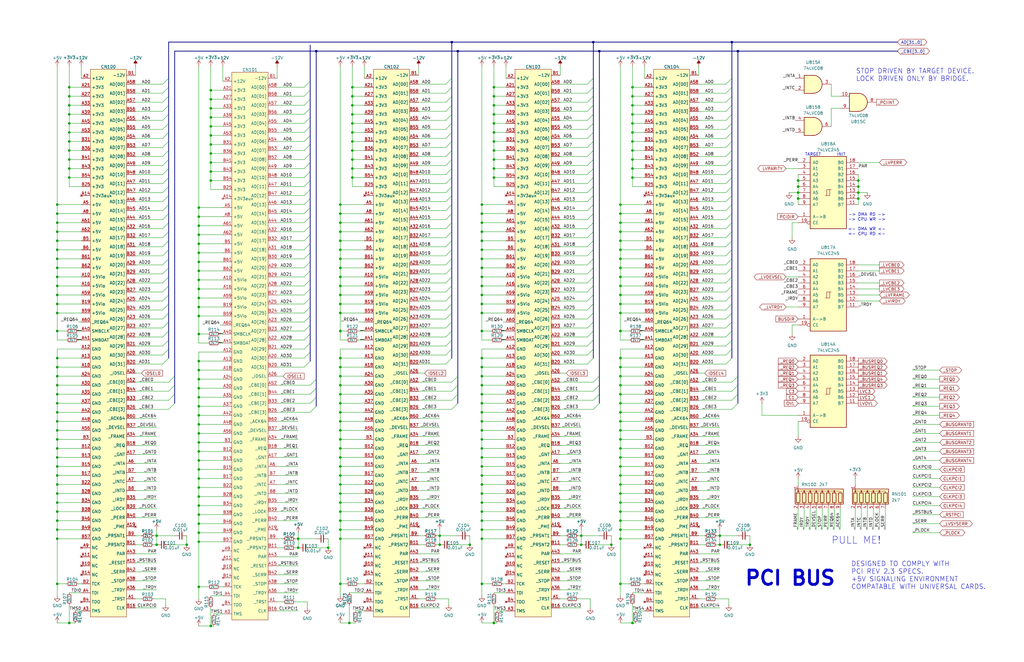
<source format=kicad_sch>
(kicad_sch (version 20231120) (generator "eeschema") (generator_version "8.0")
  (paper "USLedger")
  (title_block (title "AMIGA PCI") (date "2024-10-23") (rev "4.0"))
  (junction (at 336.55 83.82))
  (junction (at 88.9 76.2))
  (junction (at 88.9 60.96))
  (junction (at 203.2 173.99))
  (junction (at 203.2 170.18))
  (junction (at 83.82 125.73))
  (junction (at 24.13 154.94))
  (junction (at 143.51 105.41))
  (junction (at 203.2 208.28))
  (junction (at 148.59 52.07))
  (junction (at 261.62 166.37))
  (junction (at 143.51 166.37))
  (junction (at 203.2 90.17))
  (junction (at 83.82 160.02))
  (junction (at 311.15 21.59))
  (junction (at 261.62 128.27))
  (junction (at 83.82 106.68))
  (junction (at 83.82 167.64))
  (junction (at 24.13 151.13))
  (junction (at 83.82 133.35))
  (junction (at 143.51 185.42))
  (junction (at 83.82 186.69))
  (junction (at 143.51 128.27))
  (junction (at 148.59 48.26))
  (junction (at 208.28 48.26))
  (junction (at 83.82 163.83))
  (junction (at 266.7 262.89))
  (junction (at 24.13 105.41))
  (junction (at 24.13 177.8))
  (junction (at 203.2 204.47))
  (junction (at 143.51 193.04))
  (junction (at 208.28 67.31))
  (junction (at 24.13 101.6))
  (junction (at 143.51 101.6))
  (junction (at 83.82 102.87))
  (junction (at 203.2 151.13))
  (junction (at 261.62 170.18))
  (junction (at 261.62 90.17))
  (junction (at 261.62 189.23))
  (junction (at 261.62 154.94))
  (junction (at 83.82 228.6))
  (junction (at 83.82 220.98))
  (junction (at 24.13 109.22))
  (junction (at 83.82 224.79))
  (junction (at 266.7 40.64))
  (junction (at 24.13 90.17))
  (junction (at 83.82 114.3))
  (junction (at 83.82 156.21))
  (junction (at 143.51 162.56))
  (junction (at 266.7 48.26))
  (junction (at 203.2 181.61))
  (junction (at 148.59 55.88))
  (junction (at 143.51 177.8))
  (junction (at 361.95 81.28))
  (junction (at 261.62 185.42))
  (junction (at 361.95 83.82))
  (junction (at 24.13 185.42))
  (junction (at 261.62 227.33))
  (junction (at 83.82 110.49))
  (junction (at 361.95 76.2))
  (junction (at 261.62 193.04))
  (junction (at 83.82 91.44))
  (junction (at 203.2 189.23))
  (junction (at 138.43 231.14))
  (junction (at 29.21 74.93))
  (junction (at 24.13 113.03))
  (junction (at 24.13 166.37))
  (junction (at 185.42 226.06))
  (junction (at 83.82 129.54))
  (junction (at 83.82 171.45))
  (junction (at 203.2 124.46))
  (junction (at 143.51 154.94))
  (junction (at 143.51 139.7))
  (junction (at 148.59 67.31))
  (junction (at 24.13 227.33))
  (junction (at 83.82 209.55))
  (junction (at 143.51 204.47))
  (junction (at 29.21 55.88))
  (junction (at 143.51 181.61))
  (junction (at 148.59 44.45))
  (junction (at 24.13 132.08))
  (junction (at 252.73 21.59))
  (junction (at 261.62 196.85))
  (junction (at 261.62 177.8))
  (junction (at 24.13 97.79))
  (junction (at 203.2 166.37))
  (junction (at 83.82 182.88))
  (junction (at 266.7 44.45))
  (junction (at 336.55 78.74))
  (junction (at 208.28 59.69))
  (junction (at 203.2 215.9))
  (junction (at 24.13 223.52))
  (junction (at 24.13 200.66))
  (junction (at 261.62 246.38))
  (junction (at 24.13 93.98))
  (junction (at 148.59 36.83))
  (junction (at 203.2 139.7))
  (junction (at 24.13 162.56))
  (junction (at 203.2 162.56))
  (junction (at 24.13 193.04))
  (junction (at 148.59 59.69))
  (junction (at 88.9 49.53))
  (junction (at 203.2 109.22))
  (junction (at 303.53 226.06))
  (junction (at 261.62 173.99))
  (junction (at 261.62 223.52))
  (junction (at 203.2 185.42))
  (junction (at 83.82 247.65))
  (junction (at 261.62 151.13))
  (junction (at 143.51 86.36))
  (junction (at 208.28 63.5))
  (junction (at 143.51 196.85))
  (junction (at 261.62 113.03))
  (junction (at 261.62 93.98))
  (junction (at 83.82 95.25))
  (junction (at 203.2 223.52))
  (junction (at 245.11 229.87))
  (junction (at 83.82 194.31))
  (junction (at 24.13 219.71))
  (junction (at 316.23 229.87))
  (junction (at 24.13 189.23))
  (junction (at 143.51 208.28))
  (junction (at 88.9 264.16))
  (junction (at 261.62 120.65))
  (junction (at 143.51 90.17))
  (junction (at 143.51 97.79))
  (junction (at 203.2 200.66))
  (junction (at 261.62 219.71))
  (junction (at 203.2 93.98))
  (junction (at 208.28 40.64))
  (junction (at 83.82 179.07))
  (junction (at 203.2 154.94))
  (junction (at 66.04 226.06))
  (junction (at 143.51 215.9))
  (junction (at 143.51 113.03))
  (junction (at 29.21 262.89))
  (junction (at 203.2 212.09))
  (junction (at 88.9 68.58))
  (junction (at 143.51 212.09))
  (junction (at 261.62 181.61))
  (junction (at 66.04 229.87))
  (junction (at 148.59 63.5))
  (junction (at 24.13 181.61))
  (junction (at 143.51 116.84))
  (junction (at 208.28 71.12))
  (junction (at 88.9 38.1))
  (junction (at 208.28 52.07))
  (junction (at 29.21 71.12))
  (junction (at 24.13 86.36))
  (junction (at 24.13 139.7))
  (junction (at 193.04 21.59))
  (junction (at 250.19 17.78))
  (junction (at 208.28 262.89))
  (junction (at 88.9 64.77))
  (junction (at 125.73 231.14))
  (junction (at 257.81 229.87))
  (junction (at 266.7 36.83))
  (junction (at 203.2 113.03))
  (junction (at 143.51 219.71))
  (junction (at 203.2 193.04))
  (junction (at 203.2 132.08))
  (junction (at 266.7 63.5))
  (junction (at 88.9 57.15))
  (junction (at 261.62 200.66))
  (junction (at 143.51 158.75))
  (junction (at 148.59 40.64))
  (junction (at 266.7 71.12))
  (junction (at 24.13 120.65))
  (junction (at 143.51 200.66))
  (junction (at 24.13 128.27))
  (junction (at 261.62 158.75))
  (junction (at 261.62 109.22))
  (junction (at 245.11 226.06))
  (junction (at 203.2 120.65))
  (junction (at 143.51 132.08))
  (junction (at 203.2 158.75))
  (junction (at 83.82 213.36))
  (junction (at 83.82 99.06))
  (junction (at 336.55 76.2))
  (junction (at 261.62 132.08))
  (junction (at 203.2 227.33))
  (junction (at 208.28 36.83))
  (junction (at 361.95 78.74))
  (junction (at 261.62 116.84))
  (junction (at 336.55 81.28))
  (junction (at 24.13 246.38))
  (junction (at 261.62 97.79))
  (junction (at 24.13 208.28))
  (junction (at 203.2 246.38))
  (junction (at 266.7 59.69))
  (junction (at 24.13 215.9))
  (junction (at 83.82 217.17))
  (junction (at 83.82 190.5))
  (junction (at 133.35 21.59))
  (junction (at 303.53 229.87))
  (junction (at 143.51 93.98))
  (junction (at 203.2 105.41))
  (junction (at 125.73 227.33))
  (junction (at 266.7 52.07))
  (junction (at 143.51 223.52))
  (junction (at 208.28 55.88))
  (junction (at 83.82 121.92))
  (junction (at 83.82 201.93))
  (junction (at 83.82 140.97))
  (junction (at 24.13 173.99))
  (junction (at 29.21 67.31))
  (junction (at 143.51 124.46))
  (junction (at 261.62 139.7))
  (junction (at 266.7 74.93))
  (junction (at 261.62 215.9))
  (junction (at 148.59 71.12))
  (junction (at 261.62 124.46))
  (junction (at 190.5 17.78))
  (junction (at 261.62 212.09))
  (junction (at 143.51 109.22))
  (junction (at 29.21 48.26))
  (junction (at 261.62 86.36))
  (junction (at 261.62 204.47))
  (junction (at 203.2 219.71))
  (junction (at 308.61 17.78))
  (junction (at 24.13 124.46))
  (junction (at 266.7 55.88))
  (junction (at 147.32 262.89))
  (junction (at 203.2 177.8))
  (junction (at 29.21 52.07))
  (junction (at 261.62 208.28))
  (junction (at 208.28 44.45))
  (junction (at 83.82 175.26))
  (junction (at 203.2 97.79))
  (junction (at 83.82 152.4))
  (junction (at 143.51 227.33))
  (junction (at 78.74 229.87))
  (junction (at 24.13 158.75))
  (junction (at 88.9 53.34))
  (junction (at 24.13 170.18))
  (junction (at 29.21 63.5))
  (junction (at 143.51 151.13))
  (junction (at 24.13 212.09))
  (junction (at 83.82 87.63))
  (junction (at 208.28 74.93))
  (junction (at 198.12 229.87))
  (junction (at 143.51 189.23))
  (junction (at 143.51 170.18))
  (junction (at 143.51 120.65))
  (junction (at 24.13 116.84))
  (junction (at 143.51 173.99))
  (junction (at 185.42 229.87))
  (junction (at 29.21 59.69))
  (junction (at 203.2 128.27))
  (junction (at 261.62 105.41))
  (junction (at 266.7 67.31))
  (junction (at 261.62 162.56))
  (junction (at 203.2 86.36))
  (junction (at 83.82 205.74))
  (junction (at 88.9 41.91))
  (junction (at 203.2 101.6))
  (junction (at 88.9 45.72))
  (junction (at 203.2 116.84))
  (junction (at 83.82 118.11))
  (junction (at 203.2 196.85))
  (junction (at 29.21 36.83))
  (junction (at 261.62 101.6))
  (junction (at 29.21 40.64))
  (junction (at 24.13 204.47))
  (junction (at 24.13 196.85))
  (junction (at 83.82 198.12))
  (junction (at 29.21 44.45))
  (junction (at 143.51 246.38))
  (junction (at 148.59 74.93))
  (junction (at 88.9 72.39))
  (bus_entry (at 71.12 168.91) (size 2.54 -2.54))
  (bus_entry (at 128.27 151.13) (size 2.54 -2.54))
  (bus_entry (at 130.81 162.56) (size 2.54 -2.54))
  (bus_entry (at 306.07 46.99) (size 2.54 -2.54))
  (bus_entry (at 247.65 111.76) (size 2.54 -2.54))
  (bus_entry (at 306.07 96.52) (size 2.54 -2.54))
  (bus_entry (at 68.58 69.85) (size 2.54 -2.54))
  (bus_entry (at 306.07 35.56) (size 2.54 -2.54))
  (bus_entry (at 128.27 124.46) (size 2.54 -2.54))
  (bus_entry (at 187.96 73.66) (size 2.54 -2.54))
  (bus_entry (at 68.58 100.33) (size 2.54 -2.54))
  (bus_entry (at 250.19 165.1) (size 2.54 -2.54))
  (bus_entry (at 128.27 143.51) (size 2.54 -2.54))
  (bus_entry (at 247.65 100.33) (size 2.54 -2.54))
  (bus_entry (at 130.81 170.18) (size 2.54 -2.54))
  (bus_entry (at 306.07 81.28) (size 2.54 -2.54))
  (bus_entry (at 247.65 35.56) (size 2.54 -2.54))
  (bus_entry (at 187.96 96.52) (size 2.54 -2.54))
  (bus_entry (at 68.58 54.61) (size 2.54 -2.54))
  (bus_entry (at 306.07 92.71) (size 2.54 -2.54))
  (bus_entry (at 306.07 111.76) (size 2.54 -2.54))
  (bus_entry (at 128.27 55.88) (size 2.54 -2.54))
  (bus_entry (at 68.58 50.8) (size 2.54 -2.54))
  (bus_entry (at 247.65 77.47) (size 2.54 -2.54))
  (bus_entry (at 187.96 81.28) (size 2.54 -2.54))
  (bus_entry (at 250.19 172.72) (size 2.54 -2.54))
  (bus_entry (at 247.65 96.52) (size 2.54 -2.54))
  (bus_entry (at 247.65 134.62) (size 2.54 -2.54))
  (bus_entry (at 71.12 165.1) (size 2.54 -2.54))
  (bus_entry (at 187.96 138.43) (size 2.54 -2.54))
  (bus_entry (at 128.27 147.32) (size 2.54 -2.54))
  (bus_entry (at 306.07 77.47) (size 2.54 -2.54))
  (bus_entry (at 128.27 97.79) (size 2.54 -2.54))
  (bus_entry (at 187.96 39.37) (size 2.54 -2.54))
  (bus_entry (at 128.27 90.17) (size 2.54 -2.54))
  (bus_entry (at 128.27 105.41) (size 2.54 -2.54))
  (bus_entry (at 68.58 43.18) (size 2.54 -2.54))
  (bus_entry (at 247.65 115.57) (size 2.54 -2.54))
  (bus_entry (at 68.58 88.9) (size 2.54 -2.54))
  (bus_entry (at 68.58 46.99) (size 2.54 -2.54))
  (bus_entry (at 187.96 115.57) (size 2.54 -2.54))
  (bus_entry (at 128.27 63.5) (size 2.54 -2.54))
  (bus_entry (at 128.27 48.26) (size 2.54 -2.54))
  (bus_entry (at 68.58 111.76) (size 2.54 -2.54))
  (bus_entry (at 306.07 73.66) (size 2.54 -2.54))
  (bus_entry (at 187.96 134.62) (size 2.54 -2.54))
  (bus_entry (at 306.07 107.95) (size 2.54 -2.54))
  (bus_entry (at 247.65 107.95) (size 2.54 -2.54))
  (bus_entry (at 247.65 85.09) (size 2.54 -2.54))
  (bus_entry (at 128.27 52.07) (size 2.54 -2.54))
  (bus_entry (at 190.5 168.91) (size 2.54 -2.54))
  (bus_entry (at 306.07 134.62) (size 2.54 -2.54))
  (bus_entry (at 190.5 165.1) (size 2.54 -2.54))
  (bus_entry (at 68.58 123.19) (size 2.54 -2.54))
  (bus_entry (at 128.27 101.6) (size 2.54 -2.54))
  (bus_entry (at 247.65 54.61) (size 2.54 -2.54))
  (bus_entry (at 250.19 161.29) (size 2.54 -2.54))
  (bus_entry (at 247.65 69.85) (size 2.54 -2.54))
  (bus_entry (at 306.07 123.19) (size 2.54 -2.54))
  (bus_entry (at 306.07 119.38) (size 2.54 -2.54))
  (bus_entry (at 128.27 116.84) (size 2.54 -2.54))
  (bus_entry (at 187.96 35.56) (size 2.54 -2.54))
  (bus_entry (at 128.27 67.31) (size 2.54 -2.54))
  (bus_entry (at 128.27 36.83) (size 2.54 -2.54))
  (bus_entry (at 187.96 127) (size 2.54 -2.54))
  (bus_entry (at 247.65 66.04) (size 2.54 -2.54))
  (bus_entry (at 130.81 173.99) (size 2.54 -2.54))
  (bus_entry (at 247.65 50.8) (size 2.54 -2.54))
  (bus_entry (at 128.27 86.36) (size 2.54 -2.54))
  (bus_entry (at 68.58 146.05) (size 2.54 -2.54))
  (bus_entry (at 128.27 74.93) (size 2.54 -2.54))
  (bus_entry (at 187.96 123.19) (size 2.54 -2.54))
  (bus_entry (at 306.07 50.8) (size 2.54 -2.54))
  (bus_entry (at 128.27 135.89) (size 2.54 -2.54))
  (bus_entry (at 68.58 127) (size 2.54 -2.54))
  (bus_entry (at 306.07 153.67) (size 2.54 -2.54))
  (bus_entry (at 306.07 85.09) (size 2.54 -2.54))
  (bus_entry (at 68.58 130.81) (size 2.54 -2.54))
  (bus_entry (at 68.58 77.47) (size 2.54 -2.54))
  (bus_entry (at 247.65 149.86) (size 2.54 -2.54))
  (bus_entry (at 247.65 119.38) (size 2.54 -2.54))
  (bus_entry (at 68.58 142.24) (size 2.54 -2.54))
  (bus_entry (at 247.65 142.24) (size 2.54 -2.54))
  (bus_entry (at 247.65 104.14) (size 2.54 -2.54))
  (bus_entry (at 308.61 172.72) (size 2.54 -2.54))
  (bus_entry (at 247.65 88.9) (size 2.54 -2.54))
  (bus_entry (at 187.96 100.33) (size 2.54 -2.54))
  (bus_entry (at 306.07 39.37) (size 2.54 -2.54))
  (bus_entry (at 247.65 46.99) (size 2.54 -2.54))
  (bus_entry (at 68.58 58.42) (size 2.54 -2.54))
  (bus_entry (at 128.27 139.7) (size 2.54 -2.54))
  (bus_entry (at 250.19 168.91) (size 2.54 -2.54))
  (bus_entry (at 187.96 104.14) (size 2.54 -2.54))
  (bus_entry (at 68.58 104.14) (size 2.54 -2.54))
  (bus_entry (at 68.58 149.86) (size 2.54 -2.54))
  (bus_entry (at 68.58 119.38) (size 2.54 -2.54))
  (bus_entry (at 187.96 43.18) (size 2.54 -2.54))
  (bus_entry (at 128.27 82.55) (size 2.54 -2.54))
  (bus_entry (at 128.27 132.08) (size 2.54 -2.54))
  (bus_entry (at 128.27 71.12) (size 2.54 -2.54))
  (bus_entry (at 68.58 92.71) (size 2.54 -2.54))
  (bus_entry (at 306.07 142.24) (size 2.54 -2.54))
  (bus_entry (at 187.96 69.85) (size 2.54 -2.54))
  (bus_entry (at 128.27 109.22) (size 2.54 -2.54))
  (bus_entry (at 306.07 115.57) (size 2.54 -2.54))
  (bus_entry (at 306.07 88.9) (size 2.54 -2.54))
  (bus_entry (at 128.27 93.98) (size 2.54 -2.54))
  (bus_entry (at 306.07 149.86) (size 2.54 -2.54))
  (bus_entry (at 247.65 58.42) (size 2.54 -2.54))
  (bus_entry (at 247.65 39.37) (size 2.54 -2.54))
  (bus_entry (at 187.96 54.61) (size 2.54 -2.54))
  (bus_entry (at 308.61 165.1) (size 2.54 -2.54))
  (bus_entry (at 306.07 43.18) (size 2.54 -2.54))
  (bus_entry (at 128.27 59.69) (size 2.54 -2.54))
  (bus_entry (at 247.65 123.19) (size 2.54 -2.54))
  (bus_entry (at 128.27 40.64) (size 2.54 -2.54))
  (bus_entry (at 247.65 81.28) (size 2.54 -2.54))
  (bus_entry (at 187.96 46.99) (size 2.54 -2.54))
  (bus_entry (at 247.65 73.66) (size 2.54 -2.54))
  (bus_entry (at 68.58 115.57) (size 2.54 -2.54))
  (bus_entry (at 71.12 161.29) (size 2.54 -2.54))
  (bus_entry (at 247.65 153.67) (size 2.54 -2.54))
  (bus_entry (at 187.96 111.76) (size 2.54 -2.54))
  (bus_entry (at 306.07 138.43) (size 2.54 -2.54))
  (bus_entry (at 190.5 161.29) (size 2.54 -2.54))
  (bus_entry (at 190.5 172.72) (size 2.54 -2.54))
  (bus_entry (at 68.58 153.67) (size 2.54 -2.54))
  (bus_entry (at 247.65 92.71) (size 2.54 -2.54))
  (bus_entry (at 128.27 128.27) (size 2.54 -2.54))
  (bus_entry (at 306.07 66.04) (size 2.54 -2.54))
  (bus_entry (at 187.96 85.09) (size 2.54 -2.54))
  (bus_entry (at 68.58 73.66) (size 2.54 -2.54))
  (bus_entry (at 68.58 81.28) (size 2.54 -2.54))
  (bus_entry (at 68.58 138.43) (size 2.54 -2.54))
  (bus_entry (at 187.96 146.05) (size 2.54 -2.54))
  (bus_entry (at 247.65 62.23) (size 2.54 -2.54))
  (bus_entry (at 187.96 92.71) (size 2.54 -2.54))
  (bus_entry (at 187.96 142.24) (size 2.54 -2.54))
  (bus_entry (at 187.96 119.38) (size 2.54 -2.54))
  (bus_entry (at 68.58 39.37) (size 2.54 -2.54))
  (bus_entry (at 306.07 130.81) (size 2.54 -2.54))
  (bus_entry (at 306.07 104.14) (size 2.54 -2.54))
  (bus_entry (at 68.58 96.52) (size 2.54 -2.54))
  (bus_entry (at 187.96 88.9) (size 2.54 -2.54))
  (bus_entry (at 71.12 172.72) (size 2.54 -2.54))
  (bus_entry (at 247.65 138.43) (size 2.54 -2.54))
  (bus_entry (at 68.58 107.95) (size 2.54 -2.54))
  (bus_entry (at 187.96 58.42) (size 2.54 -2.54))
  (bus_entry (at 128.27 154.94) (size 2.54 -2.54))
  (bus_entry (at 306.07 146.05) (size 2.54 -2.54))
  (bus_entry (at 187.96 62.23) (size 2.54 -2.54))
  (bus_entry (at 306.07 62.23) (size 2.54 -2.54))
  (bus_entry (at 187.96 130.81) (size 2.54 -2.54))
  (bus_entry (at 187.96 77.47) (size 2.54 -2.54))
  (bus_entry (at 68.58 35.56) (size 2.54 -2.54))
  (bus_entry (at 128.27 113.03) (size 2.54 -2.54))
  (bus_entry (at 306.07 127) (size 2.54 -2.54))
  (bus_entry (at 308.61 161.29) (size 2.54 -2.54))
  (bus_entry (at 128.27 44.45) (size 2.54 -2.54))
  (bus_entry (at 68.58 66.04) (size 2.54 -2.54))
  (bus_entry (at 68.58 134.62) (size 2.54 -2.54))
  (bus_entry (at 128.27 78.74) (size 2.54 -2.54))
  (bus_entry (at 130.81 166.37) (size 2.54 -2.54))
  (bus_entry (at 247.65 146.05) (size 2.54 -2.54))
  (bus_entry (at 306.07 58.42) (size 2.54 -2.54))
  (bus_entry (at 68.58 62.23) (size 2.54 -2.54))
  (bus_entry (at 247.65 130.81) (size 2.54 -2.54))
  (bus_entry (at 247.65 43.18) (size 2.54 -2.54))
  (bus_entry (at 187.96 149.86) (size 2.54 -2.54))
  (bus_entry (at 68.58 85.09) (size 2.54 -2.54))
  (bus_entry (at 306.07 100.33) (size 2.54 -2.54))
  (bus_entry (at 187.96 50.8) (size 2.54 -2.54))
  (bus_entry (at 187.96 66.04) (size 2.54 -2.54))
  (bus_entry (at 306.07 69.85) (size 2.54 -2.54))
  (bus_entry (at 128.27 120.65) (size 2.54 -2.54))
  (bus_entry (at 187.96 153.67) (size 2.54 -2.54))
  (bus_entry (at 306.07 54.61) (size 2.54 -2.54))
  (bus_entry (at 247.65 127) (size 2.54 -2.54))
  (bus_entry (at 308.61 168.91) (size 2.54 -2.54))
  (bus_entry (at 187.96 107.95) (size 2.54 -2.54))
  (bus (pts (xy 190.5 82.55) (xy 190.5 86.36)))
  (wire (pts (xy 176.53 195.58) (xy 185.42 195.58)))
  (wire (pts (xy 143.51 181.61) (xy 143.51 185.42)))
  (wire (pts (xy 208.28 52.07) (xy 208.28 55.88)))
  (wire (pts (xy 245.11 223.52) (xy 245.11 226.06)))
  (wire (pts (xy 116.84 254) (xy 119.38 254)))
  (wire (pts (xy 208.28 48.26) (xy 213.36 48.26)))
  (wire (pts (xy 336.55 81.28) (xy 336.55 83.82)))
  (wire (pts (xy 336.55 73.66) (xy 336.55 76.2)))
  (wire (pts (xy 350.52 40.64) (xy 354.33 40.64)))
  (bus (pts (xy 130.81 80.01) (xy 130.81 83.82)))
  (wire (pts (xy 203.2 90.17) (xy 203.2 86.36)))
  (wire (pts (xy 143.51 166.37) (xy 153.67 166.37)))
  (wire (pts (xy 88.9 64.77) (xy 93.98 64.77)))
  (wire (pts (xy 24.13 124.46) (xy 34.29 124.46)))
  (wire (pts (xy 116.84 166.37) (xy 130.81 166.37)))
  (wire (pts (xy 24.13 101.6) (xy 24.13 97.79)))
  (wire (pts (xy 203.2 185.42) (xy 213.36 185.42)))
  (wire (pts (xy 24.13 97.79) (xy 24.13 93.98)))
  (wire (pts (xy 83.82 118.11) (xy 93.98 118.11)))
  (wire (pts (xy 261.62 120.65) (xy 261.62 116.84)))
  (wire (pts (xy 384.81 220.98) (xy 396.24 220.98)))
  (wire (pts (xy 83.82 144.78) (xy 87.63 144.78)))
  (bus (pts (xy 308.61 113.03) (xy 308.61 116.84)))
  (wire (pts (xy 33.02 246.38) (xy 34.29 246.38)))
  (wire (pts (xy 57.15 58.42) (xy 68.58 58.42)))
  (wire (pts (xy 24.13 113.03) (xy 24.13 109.22)))
  (wire (pts (xy 88.9 38.1) (xy 88.9 41.91)))
  (wire (pts (xy 176.53 214.63) (xy 185.42 214.63)))
  (wire (pts (xy 83.82 102.87) (xy 83.82 99.06)))
  (bus (pts (xy 71.12 40.64) (xy 71.12 44.45)))
  (wire (pts (xy 294.64 187.96) (xy 303.53 187.96)))
  (bus (pts (xy 130.81 53.34) (xy 130.81 57.15)))
  (wire (pts (xy 88.9 60.96) (xy 93.98 60.96)))
  (wire (pts (xy 29.21 44.45) (xy 29.21 48.26)))
  (wire (pts (xy 83.82 91.44) (xy 93.98 91.44)))
  (wire (pts (xy 69.85 252.73) (xy 69.85 255.27)))
  (wire (pts (xy 83.82 129.54) (xy 83.82 125.73)))
  (bus (pts (xy 311.15 166.37) (xy 311.15 170.18)))
  (wire (pts (xy 24.13 90.17) (xy 24.13 86.36)))
  (wire (pts (xy 24.13 132.08) (xy 24.13 128.27)))
  (wire (pts (xy 57.15 81.28) (xy 68.58 81.28)))
  (wire (pts (xy 361.95 81.28) (xy 365.76 81.28)))
  (bus (pts (xy 308.61 74.93) (xy 308.61 78.74)))
  (wire (pts (xy 29.21 40.64) (xy 34.29 40.64)))
  (bus (pts (xy 190.5 147.32) (xy 190.5 151.13)))
  (wire (pts (xy 143.51 189.23) (xy 143.51 193.04)))
  (bus (pts (xy 133.35 160.02) (xy 133.35 163.83)))
  (wire (pts (xy 83.82 114.3) (xy 83.82 110.49)))
  (wire (pts (xy 24.13 223.52) (xy 24.13 227.33)))
  (wire (pts (xy 236.22 77.47) (xy 247.65 77.47)))
  (wire (pts (xy 261.62 170.18) (xy 271.78 170.18)))
  (wire (pts (xy 116.84 147.32) (xy 128.27 147.32)))
  (wire (pts (xy 266.7 55.88) (xy 266.7 59.69)))
  (wire (pts (xy 203.2 212.09) (xy 213.36 212.09)))
  (bus (pts (xy 190.5 17.78) (xy 190.5 33.02)))
  (wire (pts (xy 90.17 259.08) (xy 93.98 259.08)))
  (wire (pts (xy 294.64 184.15) (xy 303.53 184.15)))
  (bus (pts (xy 71.12 139.7) (xy 71.12 143.51)))
  (wire (pts (xy 29.21 52.07) (xy 34.29 52.07)))
  (wire (pts (xy 29.21 71.12) (xy 34.29 71.12)))
  (wire (pts (xy 261.62 113.03) (xy 271.78 113.03)))
  (wire (pts (xy 116.84 78.74) (xy 128.27 78.74)))
  (wire (pts (xy 361.95 73.66) (xy 361.95 76.2)))
  (wire (pts (xy 24.13 162.56) (xy 24.13 166.37)))
  (wire (pts (xy 266.7 44.45) (xy 271.78 44.45)))
  (wire (pts (xy 143.51 132.08) (xy 143.51 139.7)))
  (wire (pts (xy 24.13 154.94) (xy 24.13 158.75)))
  (bus (pts (xy 308.61 33.02) (xy 308.61 17.78)))
  (wire (pts (xy 57.15 149.86) (xy 68.58 149.86)))
  (bus (pts (xy 250.19 116.84) (xy 250.19 120.65)))
  (bus (pts (xy 308.61 44.45) (xy 308.61 48.26)))
  (wire (pts (xy 294.64 39.37) (xy 306.07 39.37)))
  (wire (pts (xy 176.53 176.53) (xy 185.42 176.53)))
  (wire (pts (xy 143.51 27.94) (xy 143.51 86.36)))
  (wire (pts (xy 129.54 254) (xy 124.46 254)))
  (wire (pts (xy 261.62 166.37) (xy 271.78 166.37)))
  (wire (pts (xy 176.53 43.18) (xy 187.96 43.18)))
  (wire (pts (xy 236.22 39.37) (xy 247.65 39.37)))
  (wire (pts (xy 294.64 142.24) (xy 306.07 142.24)))
  (bus (pts (xy 71.12 120.65) (xy 71.12 124.46)))
  (bus (pts (xy 311.15 21.59) (xy 378.46 21.59)))
  (wire (pts (xy 83.82 95.25) (xy 93.98 95.25)))
  (wire (pts (xy 294.64 62.23) (xy 306.07 62.23)))
  (wire (pts (xy 176.53 46.99) (xy 187.96 46.99)))
  (wire (pts (xy 143.51 177.8) (xy 153.67 177.8)))
  (wire (pts (xy 236.22 81.28) (xy 247.65 81.28)))
  (wire (pts (xy 116.84 40.64) (xy 128.27 40.64)))
  (bus (pts (xy 73.66 21.59) (xy 133.35 21.59)))
  (wire (pts (xy 203.2 151.13) (xy 203.2 154.94)))
  (bus (pts (xy 190.5 120.65) (xy 190.5 124.46)))
  (wire (pts (xy 153.67 27.94) (xy 153.67 33.02)))
  (wire (pts (xy 57.15 27.94) (xy 57.15 31.75)))
  (wire (pts (xy 143.51 185.42) (xy 143.51 189.23)))
  (bus (pts (xy 130.81 118.11) (xy 130.81 121.92)))
  (wire (pts (xy 176.53 256.54) (xy 185.42 256.54)))
  (wire (pts (xy 143.51 132.08) (xy 143.51 128.27)))
  (wire (pts (xy 24.13 181.61) (xy 24.13 185.42)))
  (wire (pts (xy 236.22 50.8) (xy 247.65 50.8)))
  (bus (pts (xy 130.81 110.49) (xy 130.81 114.3)))
  (bus (pts (xy 71.12 132.08) (xy 71.12 135.89)))
  (wire (pts (xy 143.51 154.94) (xy 153.67 154.94)))
  (wire (pts (xy 261.62 93.98) (xy 271.78 93.98)))
  (wire (pts (xy 148.59 27.94) (xy 148.59 36.83)))
  (wire (pts (xy 83.82 163.83) (xy 83.82 167.64)))
  (wire (pts (xy 176.53 62.23) (xy 187.96 62.23)))
  (bus (pts (xy 308.61 33.02) (xy 308.61 36.83)))
  (bus (pts (xy 190.5 135.89) (xy 190.5 139.7)))
  (wire (pts (xy 176.53 153.67) (xy 187.96 153.67)))
  (wire (pts (xy 83.82 148.59) (xy 83.82 152.4)))
  (wire (pts (xy 203.2 90.17) (xy 213.36 90.17)))
  (bus (pts (xy 250.19 120.65) (xy 250.19 124.46)))
  (wire (pts (xy 88.9 256.54) (xy 88.9 264.16)))
  (wire (pts (xy 266.7 36.83) (xy 271.78 36.83)))
  (wire (pts (xy 236.22 100.33) (xy 247.65 100.33)))
  (wire (pts (xy 116.84 246.38) (xy 125.73 246.38)))
  (wire (pts (xy 243.84 226.06) (xy 245.11 226.06)))
  (wire (pts (xy 203.2 162.56) (xy 203.2 166.37)))
  (wire (pts (xy 261.62 154.94) (xy 271.78 154.94)))
  (bus (pts (xy 71.12 135.89) (xy 71.12 139.7)))
  (wire (pts (xy 261.62 162.56) (xy 271.78 162.56)))
  (bus (pts (xy 250.19 128.27) (xy 250.19 132.08)))
  (wire (pts (xy 57.15 214.63) (xy 66.04 214.63)))
  (wire (pts (xy 294.64 195.58) (xy 303.53 195.58)))
  (wire (pts (xy 83.82 179.07) (xy 83.82 182.88)))
  (wire (pts (xy 261.62 196.85) (xy 271.78 196.85)))
  (wire (pts (xy 336.55 93.98) (xy 334.01 93.98)))
  (wire (pts (xy 143.51 223.52) (xy 143.51 227.33)))
  (wire (pts (xy 116.84 181.61) (xy 125.73 181.61)))
  (wire (pts (xy 29.21 36.83) (xy 34.29 36.83)))
  (wire (pts (xy 266.7 59.69) (xy 266.7 63.5)))
  (wire (pts (xy 203.2 113.03) (xy 203.2 109.22)))
  (wire (pts (xy 88.9 41.91) (xy 93.98 41.91)))
  (wire (pts (xy 203.2 109.22) (xy 213.36 109.22)))
  (wire (pts (xy 236.22 149.86) (xy 247.65 149.86)))
  (wire (pts (xy 83.82 201.93) (xy 93.98 201.93)))
  (wire (pts (xy 176.53 100.33) (xy 187.96 100.33)))
  (wire (pts (xy 208.28 250.19) (xy 213.36 250.19)))
  (wire (pts (xy 143.51 116.84) (xy 143.51 113.03)))
  (wire (pts (xy 203.2 128.27) (xy 203.2 124.46)))
  (wire (pts (xy 29.21 40.64) (xy 29.21 44.45)))
  (wire (pts (xy 64.77 229.87) (xy 66.04 229.87)))
  (wire (pts (xy 294.64 241.3) (xy 303.53 241.3)))
  (wire (pts (xy 261.62 124.46) (xy 261.62 120.65)))
  (wire (pts (xy 370.84 114.3) (xy 361.95 114.3)))
  (wire (pts (xy 149.86 257.81) (xy 153.67 257.81)))
  (wire (pts (xy 83.82 186.69) (xy 93.98 186.69)))
  (wire (pts (xy 336.55 78.74) (xy 336.55 81.28)))
  (wire (pts (xy 236.22 35.56) (xy 247.65 35.56)))
  (wire (pts (xy 266.7 255.27) (xy 266.7 262.89)))
  (bus (pts (xy 130.81 72.39) (xy 130.81 76.2)))
  (wire (pts (xy 208.28 67.31) (xy 213.36 67.31)))
  (wire (pts (xy 261.62 177.8) (xy 271.78 177.8)))
  (wire (pts (xy 143.51 105.41) (xy 153.67 105.41)))
  (wire (pts (xy 83.82 125.73) (xy 93.98 125.73)))
  (bus (pts (xy 308.61 67.31) (xy 308.61 71.12)))
  (bus (pts (xy 71.12 113.03) (xy 71.12 116.84)))
  (bus (pts (xy 308.61 90.17) (xy 308.61 93.98)))
  (wire (pts (xy 83.82 182.88) (xy 83.82 186.69)))
  (wire (pts (xy 125.73 227.33) (xy 125.73 231.14)))
  (wire (pts (xy 143.51 151.13) (xy 153.67 151.13)))
  (wire (pts (xy 261.62 90.17) (xy 271.78 90.17)))
  (wire (pts (xy 92.71 140.97) (xy 93.98 140.97)))
  (wire (pts (xy 176.53 191.77) (xy 185.42 191.77)))
  (wire (pts (xy 83.82 224.79) (xy 93.98 224.79)))
  (wire (pts (xy 294.64 134.62) (xy 306.07 134.62)))
  (wire (pts (xy 208.28 48.26) (xy 208.28 52.07)))
  (wire (pts (xy 57.15 85.09) (xy 68.58 85.09)))
  (wire (pts (xy 294.64 130.81) (xy 306.07 130.81)))
  (wire (pts (xy 208.28 55.88) (xy 208.28 59.69)))
  (wire (pts (xy 208.28 59.69) (xy 213.36 59.69)))
  (wire (pts (xy 143.51 124.46) (xy 143.51 120.65)))
  (wire (pts (xy 270.51 246.38) (xy 271.78 246.38)))
  (wire (pts (xy 302.26 226.06) (xy 303.53 226.06)))
  (wire (pts (xy 57.15 50.8) (xy 68.58 50.8)))
  (wire (pts (xy 83.82 205.74) (xy 93.98 205.74)))
  (wire (pts (xy 57.15 248.92) (xy 66.04 248.92)))
  (wire (pts (xy 143.51 215.9) (xy 153.67 215.9)))
  (wire (pts (xy 83.82 163.83) (xy 93.98 163.83)))
  (wire (pts (xy 294.64 191.77) (xy 303.53 191.77)))
  (wire (pts (xy 83.82 217.17) (xy 93.98 217.17)))
  (wire (pts (xy 57.15 180.34) (xy 66.04 180.34)))
  (wire (pts (xy 57.15 104.14) (xy 68.58 104.14)))
  (wire (pts (xy 203.2 162.56) (xy 213.36 162.56)))
  (wire (pts (xy 203.2 200.66) (xy 203.2 204.47)))
  (wire (pts (xy 24.13 158.75) (xy 24.13 162.56)))
  (wire (pts (xy 203.2 132.08) (xy 203.2 139.7)))
  (wire (pts (xy 143.51 143.51) (xy 146.05 143.51)))
  (wire (pts (xy 236.22 142.24) (xy 247.65 142.24)))
  (wire (pts (xy 203.2 93.98) (xy 213.36 93.98)))
  (wire (pts (xy 29.21 59.69) (xy 34.29 59.69)))
  (wire (pts (xy 24.13 262.89) (xy 29.21 262.89)))
  (wire (pts (xy 261.62 101.6) (xy 261.62 97.79)))
  (wire (pts (xy 294.64 229.87) (xy 297.18 229.87)))
  (wire (pts (xy 29.21 74.93) (xy 34.29 74.93)))
  (bus (pts (xy 130.81 68.58) (xy 130.81 72.39)))
  (wire (pts (xy 24.13 212.09) (xy 34.29 212.09)))
  (wire (pts (xy 148.59 52.07) (xy 148.59 55.88)))
  (wire (pts (xy 24.13 200.66) (xy 34.29 200.66)))
  (bus (pts (xy 190.5 55.88) (xy 190.5 59.69)))
  (wire (pts (xy 83.82 220.98) (xy 93.98 220.98)))
  (bus (pts (xy 190.5 74.93) (xy 190.5 78.74)))
  (wire (pts (xy 176.53 111.76) (xy 187.96 111.76)))
  (wire (pts (xy 29.21 55.88) (xy 34.29 55.88)))
  (wire (pts (xy 88.9 68.58) (xy 88.9 72.39)))
  (wire (pts (xy 143.51 189.23) (xy 153.67 189.23)))
  (wire (pts (xy 236.22 66.04) (xy 247.65 66.04)))
  (wire (pts (xy 236.22 58.42) (xy 247.65 58.42)))
  (bus (pts (xy 190.5 59.69) (xy 190.5 63.5)))
  (wire (pts (xy 266.7 48.26) (xy 266.7 52.07)))
  (wire (pts (xy 29.21 48.26) (xy 29.21 52.07)))
  (wire (pts (xy 143.51 219.71) (xy 143.51 223.52)))
  (wire (pts (xy 78.74 229.87) (xy 78.74 226.06)))
  (wire (pts (xy 116.84 120.65) (xy 128.27 120.65)))
  (wire (pts (xy 294.64 43.18) (xy 306.07 43.18)))
  (bus (pts (xy 71.12 97.79) (xy 71.12 101.6)))
  (wire (pts (xy 203.2 215.9) (xy 203.2 219.71)))
  (wire (pts (xy 24.13 162.56) (xy 34.29 162.56)))
  (wire (pts (xy 176.53 123.19) (xy 187.96 123.19)))
  (wire (pts (xy 176.53 229.87) (xy 179.07 229.87)))
  (bus (pts (xy 190.5 128.27) (xy 190.5 132.08)))
  (wire (pts (xy 261.62 215.9) (xy 271.78 215.9)))
  (wire (pts (xy 116.84 151.13) (xy 128.27 151.13)))
  (wire (pts (xy 261.62 97.79) (xy 261.62 93.98)))
  (wire (pts (xy 57.15 146.05) (xy 68.58 146.05)))
  (wire (pts (xy 143.51 93.98) (xy 153.67 93.98)))
  (wire (pts (xy 116.84 59.69) (xy 128.27 59.69)))
  (wire (pts (xy 266.7 71.12) (xy 271.78 71.12)))
  (wire (pts (xy 83.82 198.12) (xy 83.82 201.93)))
  (wire (pts (xy 83.82 129.54) (xy 93.98 129.54)))
  (wire (pts (xy 303.53 223.52) (xy 303.53 226.06)))
  (wire (pts (xy 354.33 45.72) (xy 350.52 45.72)))
  (bus (pts (xy 190.5 116.84) (xy 190.5 120.65)))
  (wire (pts (xy 147.32 255.27) (xy 147.32 262.89)))
  (wire (pts (xy 294.64 165.1) (xy 308.61 165.1)))
  (wire (pts (xy 57.15 39.37) (xy 68.58 39.37)))
  (wire (pts (xy 116.84 212.09) (xy 125.73 212.09)))
  (wire (pts (xy 148.59 40.64) (xy 148.59 44.45)))
  (wire (pts (xy 294.64 85.09) (xy 306.07 85.09)))
  (wire (pts (xy 24.13 27.94) (xy 24.13 86.36)))
  (wire (pts (xy 213.36 132.08) (xy 203.2 132.08)))
  (bus (pts (xy 71.12 124.46) (xy 71.12 128.27)))
  (wire (pts (xy 271.78 78.74) (xy 266.7 78.74)))
  (bus (pts (xy 252.73 21.59) (xy 311.15 21.59)))
  (wire (pts (xy 29.21 250.19) (xy 34.29 250.19)))
  (wire (pts (xy 271.78 27.94) (xy 271.78 33.02)))
  (wire (pts (xy 266.7 48.26) (xy 271.78 48.26)))
  (wire (pts (xy 116.84 193.04) (xy 125.73 193.04)))
  (wire (pts (xy 236.22 195.58) (xy 245.11 195.58)))
  (wire (pts (xy 236.22 187.96) (xy 245.11 187.96)))
  (wire (pts (xy 203.2 154.94) (xy 203.2 158.75)))
  (wire (pts (xy 370.84 127) (xy 361.95 127)))
  (wire (pts (xy 116.84 170.18) (xy 130.81 170.18)))
  (wire (pts (xy 261.62 158.75) (xy 271.78 158.75)))
  (wire (pts (xy 373.38 214.63) (xy 373.38 223.52)))
  (wire (pts (xy 83.82 152.4) (xy 83.82 156.21)))
  (wire (pts (xy 83.82 118.11) (xy 83.82 114.3)))
  (wire (pts (xy 88.9 57.15) (xy 93.98 57.15)))
  (wire (pts (xy 184.15 229.87) (xy 185.42 229.87)))
  (wire (pts (xy 361.95 76.2) (xy 361.95 78.74)))
  (wire (pts (xy 261.62 166.37) (xy 261.62 170.18)))
  (wire (pts (xy 266.7 59.69) (xy 271.78 59.69)))
  (wire (pts (xy 24.13 212.09) (xy 24.13 215.9)))
  (wire (pts (xy 270.51 143.51) (xy 271.78 143.51)))
  (wire (pts (xy 176.53 149.86) (xy 187.96 149.86)))
  (wire (pts (xy 261.62 196.85) (xy 261.62 200.66)))
  (bus (pts (xy 193.04 21.59) (xy 252.73 21.59)))
  (wire (pts (xy 116.84 135.89) (xy 128.27 135.89)))
  (wire (pts (xy 57.15 115.57) (xy 68.58 115.57)))
  (wire (pts (xy 143.51 185.42) (xy 153.67 185.42)))
  (wire (pts (xy 148.59 74.93) (xy 148.59 78.74)))
  (wire (pts (xy 143.51 113.03) (xy 143.51 109.22)))
  (wire (pts (xy 57.15 168.91) (xy 71.12 168.91)))
  (wire (pts (xy 384.81 205.74) (xy 396.24 205.74)))
  (bus (pts (xy 71.12 17.78) (xy 190.5 17.78)))
  (wire (pts (xy 148.59 71.12) (xy 153.67 71.12)))
  (wire (pts (xy 236.22 27.94) (xy 236.22 31.75)))
  (wire (pts (xy 83.82 121.92) (xy 93.98 121.92)))
  (wire (pts (xy 29.21 63.5) (xy 29.21 67.31)))
  (wire (pts (xy 93.98 80.01) (xy 88.9 80.01)))
  (wire (pts (xy 203.2 193.04) (xy 213.36 193.04)))
  (wire (pts (xy 88.9 68.58) (xy 93.98 68.58)))
  (wire (pts (xy 236.22 127) (xy 247.65 127)))
  (wire (pts (xy 213.36 78.74) (xy 208.28 78.74)))
  (wire (pts (xy 116.84 143.51) (xy 128.27 143.51)))
  (wire (pts (xy 331.47 71.12) (xy 336.55 71.12)))
  (wire (pts (xy 245.11 226.06) (xy 252.73 226.06)))
  (wire (pts (xy 24.13 189.23) (xy 34.29 189.23)))
  (wire (pts (xy 208.28 27.94) (xy 208.28 36.83)))
  (wire (pts (xy 148.59 55.88) (xy 153.67 55.88)))
  (wire (pts (xy 29.21 67.31) (xy 29.21 71.12)))
  (wire (pts (xy 116.84 128.27) (xy 128.27 128.27)))
  (wire (pts (xy 143.51 120.65) (xy 153.67 120.65)))
  (wire (pts (xy 57.15 138.43) (xy 68.58 138.43)))
  (wire (pts (xy 294.64 119.38) (xy 306.07 119.38)))
  (wire (pts (xy 57.15 46.99) (xy 68.58 46.99)))
  (wire (pts (xy 203.2 246.38) (xy 203.2 251.46)))
  (wire (pts (xy 24.13 109.22) (xy 24.13 105.41)))
  (bus (pts (xy 73.66 166.37) (xy 73.66 170.18)))
  (wire (pts (xy 83.82 228.6) (xy 83.82 247.65)))
  (wire (pts (xy 57.15 134.62) (xy 68.58 134.62)))
  (wire (pts (xy 176.53 203.2) (xy 185.42 203.2)))
  (wire (pts (xy 116.84 227.33) (xy 119.38 227.33)))
  (wire (pts (xy 351.79 214.63) (xy 351.79 223.52)))
  (wire (pts (xy 203.2 212.09) (xy 203.2 215.9)))
  (wire (pts (xy 83.82 160.02) (xy 83.82 163.83)))
  (wire (pts (xy 57.15 233.68) (xy 66.04 233.68)))
  (bus (pts (xy 130.81 144.78) (xy 130.81 148.59)))
  (wire (pts (xy 83.82 121.92) (xy 83.82 118.11)))
  (wire (pts (xy 83.82 95.25) (xy 83.82 91.44)))
  (wire (pts (xy 176.53 210.82) (xy 185.42 210.82)))
  (bus (pts (xy 308.61 93.98) (xy 308.61 97.79)))
  (wire (pts (xy 363.22 214.63) (xy 363.22 223.52)))
  (wire (pts (xy 143.51 170.18) (xy 143.51 173.99)))
  (wire (pts (xy 143.51 97.79) (xy 153.67 97.79)))
  (wire (pts (xy 236.22 252.73) (xy 238.76 252.73)))
  (wire (pts (xy 83.82 133.35) (xy 83.82 140.97)))
  (wire (pts (xy 24.13 132.08) (xy 24.13 139.7)))
  (wire (pts (xy 24.13 93.98) (xy 34.29 93.98)))
  (wire (pts (xy 24.13 139.7) (xy 27.94 139.7)))
  (wire (pts (xy 57.15 176.53) (xy 66.04 176.53)))
  (wire (pts (xy 361.95 78.74) (xy 361.95 81.28)))
  (wire (pts (xy 203.2 246.38) (xy 207.01 246.38)))
  (wire (pts (xy 116.84 132.08) (xy 128.27 132.08)))
  (wire (pts (xy 83.82 228.6) (xy 93.98 228.6)))
  (bus (pts (xy 130.81 19.05) (xy 130.81 34.29)))
  (bus (pts (xy 250.19 74.93) (xy 250.19 78.74)))
  (wire (pts (xy 261.62 143.51) (xy 265.43 143.51)))
  (wire (pts (xy 384.81 156.21) (xy 396.24 156.21)))
  (bus (pts (xy 71.12 143.51) (xy 71.12 147.32)))
  (wire (pts (xy 261.62 158.75) (xy 261.62 162.56)))
  (wire (pts (xy 203.2 196.85) (xy 203.2 200.66)))
  (wire (pts (xy 57.15 252.73) (xy 59.69 252.73)))
  (wire (pts (xy 57.15 203.2) (xy 66.04 203.2)))
  (bus (pts (xy 190.5 48.26) (xy 190.5 52.07)))
  (wire (pts (xy 294.64 92.71) (xy 306.07 92.71)))
  (wire (pts (xy 176.53 187.96) (xy 185.42 187.96)))
  (wire (pts (xy 294.64 252.73) (xy 297.18 252.73)))
  (wire (pts (xy 203.2 204.47) (xy 213.36 204.47)))
  (wire (pts (xy 24.13 173.99) (xy 24.13 177.8)))
  (bus (pts (xy 308.61 82.55) (xy 308.61 86.36)))
  (wire (pts (xy 116.84 204.47) (xy 125.73 204.47)))
  (wire (pts (xy 24.13 90.17) (xy 34.29 90.17)))
  (wire (pts (xy 148.59 52.07) (xy 153.67 52.07)))
  (wire (pts (xy 143.51 109.22) (xy 153.67 109.22)))
  (bus (pts (xy 250.19 40.64) (xy 250.19 44.45)))
  (bus (pts (xy 190.5 143.51) (xy 190.5 147.32)))
  (wire (pts (xy 176.53 81.28) (xy 187.96 81.28)))
  (bus (pts (xy 193.04 158.75) (xy 193.04 162.56)))
  (wire (pts (xy 236.22 210.82) (xy 245.11 210.82)))
  (wire (pts (xy 143.51 105.41) (xy 143.51 101.6)))
  (wire (pts (xy 71.12 229.87) (xy 78.74 229.87)))
  (wire (pts (xy 143.51 196.85) (xy 143.51 200.66)))
  (wire (pts (xy 24.13 246.38) (xy 27.94 246.38)))
  (wire (pts (xy 24.13 200.66) (xy 24.13 204.47)))
  (wire (pts (xy 83.82 140.97) (xy 83.82 144.78)))
  (wire (pts (xy 57.15 218.44) (xy 66.04 218.44)))
  (wire (pts (xy 294.64 69.85) (xy 306.07 69.85)))
  (wire (pts (xy 294.64 226.06) (xy 297.18 226.06)))
  (wire (pts (xy 24.13 185.42) (xy 24.13 189.23)))
  (bus (pts (xy 71.12 116.84) (xy 71.12 120.65)))
  (wire (pts (xy 148.59 67.31) (xy 148.59 71.12)))
  (bus (pts (xy 250.19 143.51) (xy 250.19 147.32)))
  (wire (pts (xy 384.81 198.12) (xy 396.24 198.12)))
  (wire (pts (xy 83.82 179.07) (xy 93.98 179.07)))
  (wire (pts (xy 116.84 219.71) (xy 125.73 219.71)))
  (bus (pts (xy 193.04 162.56) (xy 193.04 166.37)))
  (bus (pts (xy 130.81 140.97) (xy 130.81 144.78)))
  (wire (pts (xy 57.15 142.24) (xy 68.58 142.24)))
  (wire (pts (xy 29.21 74.93) (xy 29.21 78.74)))
  (bus (pts (xy 308.61 135.89) (xy 308.61 139.7)))
  (wire (pts (xy 248.92 252.73) (xy 248.92 256.54)))
  (wire (pts (xy 116.84 86.36) (xy 128.27 86.36)))
  (wire (pts (xy 88.9 49.53) (xy 88.9 53.34)))
  (wire (pts (xy 203.2 200.66) (xy 213.36 200.66)))
  (wire (pts (xy 176.53 199.39) (xy 185.42 199.39)))
  (wire (pts (xy 236.22 69.85) (xy 247.65 69.85)))
  (wire (pts (xy 176.53 146.05) (xy 187.96 146.05)))
  (bus (pts (xy 73.66 21.59) (xy 73.66 158.75)))
  (wire (pts (xy 29.21 59.69) (xy 29.21 63.5)))
  (wire (pts (xy 294.64 214.63) (xy 303.53 214.63)))
  (wire (pts (xy 316.23 229.87) (xy 316.23 226.06)))
  (wire (pts (xy 203.2 189.23) (xy 213.36 189.23)))
  (wire (pts (xy 261.62 113.03) (xy 261.62 109.22)))
  (wire (pts (xy 83.82 194.31) (xy 93.98 194.31)))
  (wire (pts (xy 24.13 223.52) (xy 34.29 223.52)))
  (wire (pts (xy 83.82 110.49) (xy 93.98 110.49)))
  (wire (pts (xy 29.21 52.07) (xy 29.21 55.88)))
  (wire (pts (xy 83.82 156.21) (xy 83.82 160.02)))
  (wire (pts (xy 336.55 81.28) (xy 332.74 81.28)))
  (wire (pts (xy 24.13 101.6) (xy 34.29 101.6)))
  (bus (pts (xy 311.15 158.75) (xy 311.15 162.56)))
  (wire (pts (xy 203.2 193.04) (xy 203.2 196.85)))
  (wire (pts (xy 236.22 88.9) (xy 247.65 88.9)))
  (wire (pts (xy 83.82 186.69) (xy 83.82 190.5)))
  (wire (pts (xy 236.22 119.38) (xy 247.65 119.38)))
  (wire (pts (xy 116.84 238.76) (xy 125.73 238.76)))
  (wire (pts (xy 143.51 158.75) (xy 143.51 162.56)))
  (wire (pts (xy 29.21 27.94) (xy 29.21 36.83)))
  (wire (pts (xy 236.22 241.3) (xy 245.11 241.3)))
  (wire (pts (xy 294.64 168.91) (xy 308.61 168.91)))
  (wire (pts (xy 266.7 40.64) (xy 266.7 44.45)))
  (wire (pts (xy 83.82 140.97) (xy 87.63 140.97)))
  (wire (pts (xy 261.62 147.32) (xy 261.62 151.13)))
  (wire (pts (xy 208.28 40.64) (xy 208.28 44.45)))
  (wire (pts (xy 213.36 27.94) (xy 213.36 33.02)))
  (wire (pts (xy 203.2 177.8) (xy 213.36 177.8)))
  (wire (pts (xy 384.81 194.31) (xy 396.24 194.31)))
  (wire (pts (xy 143.51 227.33) (xy 153.67 227.33)))
  (wire (pts (xy 176.53 54.61) (xy 187.96 54.61)))
  (wire (pts (xy 261.62 246.38) (xy 265.43 246.38)))
  (wire (pts (xy 294.64 149.86) (xy 306.07 149.86)))
  (wire (pts (xy 116.84 242.57) (xy 125.73 242.57)))
  (wire (pts (xy 83.82 175.26) (xy 93.98 175.26)))
  (wire (pts (xy 294.64 88.9) (xy 306.07 88.9)))
  (bus (pts (xy 252.73 162.56) (xy 252.73 166.37)))
  (bus (pts (xy 71.12 128.27) (xy 71.12 132.08)))
  (wire (pts (xy 143.51 109.22) (xy 143.51 105.41)))
  (wire (pts (xy 266.7 52.07) (xy 266.7 55.88)))
  (wire (pts (xy 116.84 44.45) (xy 128.27 44.45)))
  (wire (pts (xy 208.28 44.45) (xy 213.36 44.45)))
  (wire (pts (xy 190.5 229.87) (xy 198.12 229.87)))
  (wire (pts (xy 148.59 44.45) (xy 148.59 48.26)))
  (wire (pts (xy 116.84 124.46) (xy 128.27 124.46)))
  (wire (pts (xy 92.71 247.65) (xy 93.98 247.65)))
  (bus (pts (xy 308.61 86.36) (xy 308.61 90.17)))
  (wire (pts (xy 208.28 36.83) (xy 213.36 36.83)))
  (bus (pts (xy 252.73 166.37) (xy 252.73 170.18)))
  (wire (pts (xy 266.7 74.93) (xy 266.7 78.74)))
  (wire (pts (xy 116.84 116.84) (xy 128.27 116.84)))
  (wire (pts (xy 148.59 59.69) (xy 148.59 63.5)))
  (wire (pts (xy 116.84 231.14) (xy 119.38 231.14)))
  (wire (pts (xy 189.23 252.73) (xy 184.15 252.73)))
  (bus (pts (xy 308.61 132.08) (xy 308.61 135.89)))
  (wire (pts (xy 236.22 134.62) (xy 247.65 134.62)))
  (wire (pts (xy 88.9 72.39) (xy 88.9 76.2)))
  (wire (pts (xy 57.15 107.95) (xy 68.58 107.95)))
  (wire (pts (xy 153.67 132.08) (xy 143.51 132.08)))
  (wire (pts (xy 203.2 86.36) (xy 213.36 86.36)))
  (wire (pts (xy 203.2 227.33) (xy 203.2 246.38)))
  (wire (pts (xy 143.51 262.89) (xy 147.32 262.89)))
  (wire (pts (xy 261.62 200.66) (xy 271.78 200.66)))
  (wire (pts (xy 57.15 96.52) (xy 68.58 96.52)))
  (wire (pts (xy 384.81 186.69) (xy 396.24 186.69)))
  (bus (pts (xy 250.19 147.32) (xy 250.19 151.13)))
  (wire (pts (xy 24.13 158.75) (xy 34.29 158.75)))
  (wire (pts (xy 236.22 168.91) (xy 250.19 168.91)))
  (wire (pts (xy 203.2 262.89) (xy 208.28 262.89)))
  (wire (pts (xy 24.13 173.99) (xy 34.29 173.99)))
  (wire (pts (xy 176.53 119.38) (xy 187.96 119.38)))
  (wire (pts (xy 266.7 55.88) (xy 271.78 55.88)))
  (wire (pts (xy 92.71 144.78) (xy 93.98 144.78)))
  (wire (pts (xy 116.84 36.83) (xy 128.27 36.83)))
  (wire (pts (xy 83.82 198.12) (xy 93.98 198.12)))
  (wire (pts (xy 143.51 200.66) (xy 143.51 204.47)))
  (wire (pts (xy 368.3 214.63) (xy 368.3 223.52)))
  (wire (pts (xy 129.54 254) (xy 129.54 256.54)))
  (wire (pts (xy 176.53 165.1) (xy 190.5 165.1)))
  (wire (pts (xy 116.84 105.41) (xy 128.27 105.41)))
  (bus (pts (xy 130.81 125.73) (xy 130.81 129.54)))
  (wire (pts (xy 176.53 207.01) (xy 185.42 207.01)))
  (wire (pts (xy 29.21 36.83) (xy 29.21 40.64)))
  (bus (pts (xy 308.61 116.84) (xy 308.61 120.65)))
  (wire (pts (xy 24.13 151.13) (xy 34.29 151.13)))
  (wire (pts (xy 143.51 196.85) (xy 153.67 196.85)))
  (wire (pts (xy 57.15 111.76) (xy 68.58 111.76)))
  (wire (pts (xy 57.15 62.23) (xy 68.58 62.23)))
  (wire (pts (xy 57.15 123.19) (xy 68.58 123.19)))
  (bus (pts (xy 190.5 132.08) (xy 190.5 135.89)))
  (bus (pts (xy 71.12 101.6) (xy 71.12 105.41)))
  (wire (pts (xy 384.81 171.45) (xy 396.24 171.45)))
  (wire (pts (xy 124.46 227.33) (xy 125.73 227.33)))
  (wire (pts (xy 143.51 173.99) (xy 143.51 177.8)))
  (wire (pts (xy 203.2 158.75) (xy 203.2 162.56)))
  (wire (pts (xy 143.51 97.79) (xy 143.51 93.98)))
  (wire (pts (xy 147.32 262.89) (xy 149.86 262.89)))
  (wire (pts (xy 261.62 219.71) (xy 261.62 223.52)))
  (wire (pts (xy 236.22 92.71) (xy 247.65 92.71)))
  (wire (pts (xy 148.59 44.45) (xy 153.67 44.45)))
  (wire (pts (xy 261.62 116.84) (xy 261.62 113.03)))
  (wire (pts (xy 203.2 181.61) (xy 213.36 181.61)))
  (bus (pts (xy 250.19 93.98) (xy 250.19 97.79)))
  (wire (pts (xy 66.04 223.52) (xy 66.04 226.06)))
  (wire (pts (xy 266.7 67.31) (xy 266.7 71.12)))
  (bus (pts (xy 71.12 71.12) (xy 71.12 74.93)))
  (bus (pts (xy 190.5 86.36) (xy 190.5 90.17)))
  (wire (pts (xy 33.02 139.7) (xy 34.29 139.7)))
  (bus (pts (xy 250.19 124.46) (xy 250.19 128.27)))
  (wire (pts (xy 236.22 191.77) (xy 245.11 191.77)))
  (wire (pts (xy 93.98 27.94) (xy 93.98 34.29)))
  (wire (pts (xy 176.53 69.85) (xy 187.96 69.85)))
  (wire (pts (xy 184.15 226.06) (xy 185.42 226.06)))
  (wire (pts (xy 57.15 187.96) (xy 66.04 187.96)))
  (wire (pts (xy 266.7 44.45) (xy 266.7 48.26)))
  (wire (pts (xy 339.09 214.63) (xy 339.09 223.52)))
  (wire (pts (xy 334.01 93.98) (xy 334.01 100.33)))
  (wire (pts (xy 83.82 201.93) (xy 83.82 205.74)))
  (wire (pts (xy 203.2 219.71) (xy 213.36 219.71)))
  (wire (pts (xy 236.22 165.1) (xy 250.19 165.1)))
  (wire (pts (xy 261.62 212.09) (xy 271.78 212.09)))
  (wire (pts (xy 203.2 120.65) (xy 213.36 120.65)))
  (bus (pts (xy 308.61 17.78) (xy 378.46 17.78)))
  (wire (pts (xy 24.13 128.27) (xy 34.29 128.27)))
  (wire (pts (xy 212.09 246.38) (xy 213.36 246.38)))
  (wire (pts (xy 261.62 132.08) (xy 261.62 128.27)))
  (bus (pts (xy 190.5 33.02) (xy 190.5 36.83)))
  (wire (pts (xy 294.64 115.57) (xy 306.07 115.57)))
  (wire (pts (xy 57.15 241.3) (xy 66.04 241.3)))
  (wire (pts (xy 29.21 48.26) (xy 34.29 48.26)))
  (bus (pts (xy 130.81 91.44) (xy 130.81 95.25)))
  (wire (pts (xy 176.53 241.3) (xy 185.42 241.3)))
  (wire (pts (xy 64.77 226.06) (xy 66.04 226.06)))
  (wire (pts (xy 176.53 85.09) (xy 187.96 85.09)))
  (bus (pts (xy 130.81 38.1) (xy 130.81 41.91)))
  (bus (pts (xy 250.19 82.55) (xy 250.19 86.36)))
  (wire (pts (xy 294.64 248.92) (xy 303.53 248.92)))
  (wire (pts (xy 384.81 179.07) (xy 396.24 179.07)))
  (wire (pts (xy 143.51 246.38) (xy 143.51 251.46)))
  (wire (pts (xy 209.55 257.81) (xy 213.36 257.81)))
  (wire (pts (xy 346.71 214.63) (xy 346.71 223.52)))
  (wire (pts (xy 29.21 44.45) (xy 34.29 44.45)))
  (wire (pts (xy 384.81 182.88) (xy 396.24 182.88)))
  (wire (pts (xy 143.51 139.7) (xy 143.51 143.51)))
  (wire (pts (xy 143.51 212.09) (xy 153.67 212.09)))
  (bus (pts (xy 133.35 167.64) (xy 133.35 171.45)))
  (wire (pts (xy 384.81 167.64) (xy 396.24 167.64)))
  (wire (pts (xy 212.09 143.51) (xy 213.36 143.51)))
  (wire (pts (xy 143.51 128.27) (xy 143.51 124.46)))
  (wire (pts (xy 349.25 214.63) (xy 349.25 223.52)))
  (wire (pts (xy 261.62 109.22) (xy 261.62 105.41)))
  (wire (pts (xy 34.29 27.94) (xy 34.29 33.02)))
  (wire (pts (xy 176.53 161.29) (xy 190.5 161.29)))
  (wire (pts (xy 57.15 245.11) (xy 66.04 245.11)))
  (wire (pts (xy 29.21 63.5) (xy 34.29 63.5)))
  (wire (pts (xy 83.82 91.44) (xy 83.82 87.63)))
  (wire (pts (xy 116.84 215.9) (xy 125.73 215.9)))
  (wire (pts (xy 116.84 200.66) (xy 125.73 200.66)))
  (bus (pts (xy 308.61 105.41) (xy 308.61 109.22)))
  (wire (pts (xy 176.53 168.91) (xy 190.5 168.91)))
  (wire (pts (xy 266.7 52.07) (xy 271.78 52.07)))
  (wire (pts (xy 88.9 251.46) (xy 93.98 251.46)))
  (wire (pts (xy 57.15 172.72) (xy 71.12 172.72)))
  (bus (pts (xy 308.61 109.22) (xy 308.61 113.03)))
  (wire (pts (xy 321.31 170.18) (xy 321.31 175.26)))
  (wire (pts (xy 24.13 147.32) (xy 24.13 151.13)))
  (wire (pts (xy 203.2 101.6) (xy 203.2 97.79)))
  (wire (pts (xy 153.67 78.74) (xy 148.59 78.74)))
  (bus (pts (xy 308.61 139.7) (xy 308.61 143.51)))
  (wire (pts (xy 143.51 101.6) (xy 153.67 101.6)))
  (wire (pts (xy 83.82 114.3) (xy 93.98 114.3)))
  (wire (pts (xy 203.2 223.52) (xy 213.36 223.52)))
  (wire (pts (xy 294.64 153.67) (xy 306.07 153.67)))
  (wire (pts (xy 261.62 204.47) (xy 271.78 204.47)))
  (wire (pts (xy 57.15 66.04) (xy 68.58 66.04)))
  (wire (pts (xy 261.62 227.33) (xy 261.62 246.38)))
  (wire (pts (xy 83.82 224.79) (xy 83.82 228.6)))
  (wire (pts (xy 24.13 219.71) (xy 24.13 223.52)))
  (wire (pts (xy 34.29 147.32) (xy 24.13 147.32)))
  (wire (pts (xy 57.15 73.66) (xy 68.58 73.66)))
  (bus (pts (xy 250.19 97.79) (xy 250.19 101.6)))
  (wire (pts (xy 176.53 130.81) (xy 187.96 130.81)))
  (wire (pts (xy 294.64 81.28) (xy 306.07 81.28)))
  (wire (pts (xy 57.15 256.54) (xy 66.04 256.54)))
  (wire (pts (xy 116.84 154.94) (xy 128.27 154.94)))
  (bus (pts (xy 190.5 78.74) (xy 190.5 82.55)))
  (bus (pts (xy 71.12 55.88) (xy 71.12 59.69)))
  (bus (pts (xy 130.81 106.68) (xy 130.81 110.49)))
  (wire (pts (xy 261.62 90.17) (xy 261.62 86.36)))
  (bus (pts (xy 73.66 162.56) (xy 73.66 166.37)))
  (wire (pts (xy 236.22 107.95) (xy 247.65 107.95)))
  (wire (pts (xy 203.2 101.6) (xy 213.36 101.6)))
  (wire (pts (xy 143.51 200.66) (xy 153.67 200.66)))
  (wire (pts (xy 294.64 218.44) (xy 303.53 218.44)))
  (bus (pts (xy 250.19 113.03) (xy 250.19 116.84)))
  (wire (pts (xy 261.62 181.61) (xy 271.78 181.61)))
  (bus (pts (xy 311.15 21.59) (xy 311.15 158.75)))
  (wire (pts (xy 294.64 77.47) (xy 306.07 77.47)))
  (wire (pts (xy 148.59 55.88) (xy 148.59 59.69)))
  (bus (pts (xy 308.61 143.51) (xy 308.61 147.32)))
  (wire (pts (xy 151.13 143.51) (xy 153.67 143.51)))
  (bus (pts (xy 71.12 86.36) (xy 71.12 90.17)))
  (bus (pts (xy 190.5 44.45) (xy 190.5 48.26)))
  (wire (pts (xy 203.2 208.28) (xy 213.36 208.28)))
  (wire (pts (xy 203.2 204.47) (xy 203.2 208.28)))
  (wire (pts (xy 148.59 48.26) (xy 153.67 48.26)))
  (wire (pts (xy 148.59 74.93) (xy 153.67 74.93)))
  (wire (pts (xy 57.15 199.39) (xy 66.04 199.39)))
  (wire (pts (xy 212.09 135.89) (xy 213.36 135.89)))
  (wire (pts (xy 294.64 111.76) (xy 306.07 111.76)))
  (wire (pts (xy 236.22 54.61) (xy 247.65 54.61)))
  (wire (pts (xy 236.22 138.43) (xy 247.65 138.43)))
  (bus (pts (xy 130.81 133.35) (xy 130.81 137.16)))
  (wire (pts (xy 143.51 86.36) (xy 153.67 86.36)))
  (wire (pts (xy 143.51 90.17) (xy 153.67 90.17)))
  (bus (pts (xy 308.61 120.65) (xy 308.61 124.46)))
  (wire (pts (xy 236.22 237.49) (xy 245.11 237.49)))
  (bus (pts (xy 308.61 124.46) (xy 308.61 128.27)))
  (wire (pts (xy 176.53 66.04) (xy 187.96 66.04)))
  (wire (pts (xy 261.62 185.42) (xy 261.62 189.23)))
  (bus (pts (xy 308.61 78.74) (xy 308.61 82.55)))
  (wire (pts (xy 24.13 189.23) (xy 24.13 193.04)))
  (wire (pts (xy 176.53 157.48) (xy 179.07 157.48)))
  (wire (pts (xy 360.68 214.63) (xy 360.68 223.52)))
  (wire (pts (xy 208.28 74.93) (xy 208.28 78.74)))
  (bus (pts (xy 130.81 41.91) (xy 130.81 45.72)))
  (wire (pts (xy 294.64 146.05) (xy 306.07 146.05)))
  (wire (pts (xy 203.2 151.13) (xy 213.36 151.13)))
  (wire (pts (xy 176.53 115.57) (xy 187.96 115.57)))
  (wire (pts (xy 24.13 120.65) (xy 34.29 120.65)))
  (wire (pts (xy 24.13 177.8) (xy 24.13 181.61)))
  (wire (pts (xy 294.64 237.49) (xy 303.53 237.49)))
  (wire (pts (xy 83.82 156.21) (xy 93.98 156.21)))
  (wire (pts (xy 24.13 193.04) (xy 24.13 196.85)))
  (wire (pts (xy 203.2 158.75) (xy 213.36 158.75)))
  (wire (pts (xy 31.75 257.81) (xy 34.29 257.81)))
  (wire (pts (xy 271.78 147.32) (xy 261.62 147.32)))
  (wire (pts (xy 261.62 128.27) (xy 271.78 128.27)))
  (wire (pts (xy 236.22 111.76) (xy 247.65 111.76)))
  (bus (pts (xy 250.19 105.41) (xy 250.19 109.22)))
  (wire (pts (xy 294.64 46.99) (xy 306.07 46.99)))
  (wire (pts (xy 203.2 147.32) (xy 203.2 151.13)))
  (wire (pts (xy 294.64 127) (xy 306.07 127)))
  (wire (pts (xy 24.13 120.65) (xy 24.13 116.84)))
  (wire (pts (xy 24.13 97.79) (xy 34.29 97.79)))
  (wire (pts (xy 236.22 199.39) (xy 245.11 199.39)))
  (wire (pts (xy 236.22 73.66) (xy 247.65 73.66)))
  (bus (pts (xy 308.61 97.79) (xy 308.61 101.6)))
  (wire (pts (xy 93.98 148.59) (xy 83.82 148.59)))
  (wire (pts (xy 261.62 193.04) (xy 261.62 196.85)))
  (bus (pts (xy 130.81 57.15) (xy 130.81 60.96)))
  (wire (pts (xy 203.2 189.23) (xy 203.2 193.04)))
  (wire (pts (xy 203.2 166.37) (xy 203.2 170.18)))
  (wire (pts (xy 370.84 119.38) (xy 361.95 119.38)))
  (wire (pts (xy 203.2 109.22) (xy 203.2 105.41)))
  (wire (pts (xy 307.34 252.73) (xy 307.34 255.27)))
  (wire (pts (xy 261.62 173.99) (xy 271.78 173.99)))
  (wire (pts (xy 116.84 189.23) (xy 125.73 189.23)))
  (bus (pts (xy 133.35 21.59) (xy 133.35 160.02)))
  (wire (pts (xy 88.9 49.53) (xy 93.98 49.53)))
  (wire (pts (xy 88.9 72.39) (xy 93.98 72.39)))
  (wire (pts (xy 236.22 207.01) (xy 245.11 207.01)))
  (wire (pts (xy 83.82 125.73) (xy 83.82 121.92)))
  (wire (pts (xy 143.51 93.98) (xy 143.51 90.17)))
  (wire (pts (xy 203.2 124.46) (xy 203.2 120.65)))
  (wire (pts (xy 294.64 245.11) (xy 303.53 245.11)))
  (wire (pts (xy 250.19 229.87) (xy 257.81 229.87)))
  (wire (pts (xy 83.82 110.49) (xy 83.82 106.68)))
  (wire (pts (xy 83.82 106.68) (xy 93.98 106.68)))
  (bus (pts (xy 71.12 63.5) (xy 71.12 67.31)))
  (wire (pts (xy 24.13 196.85) (xy 34.29 196.85)))
  (wire (pts (xy 143.51 173.99) (xy 153.67 173.99)))
  (bus (pts (xy 250.19 63.5) (xy 250.19 67.31)))
  (wire (pts (xy 236.22 256.54) (xy 245.11 256.54)))
  (bus (pts (xy 71.12 44.45) (xy 71.12 48.26)))
  (wire (pts (xy 57.15 43.18) (xy 68.58 43.18)))
  (wire (pts (xy 236.22 130.81) (xy 247.65 130.81)))
  (wire (pts (xy 294.64 58.42) (xy 306.07 58.42)))
  (bus (pts (xy 250.19 90.17) (xy 250.19 93.98)))
  (wire (pts (xy 116.84 196.85) (xy 125.73 196.85)))
  (wire (pts (xy 24.13 166.37) (xy 24.13 170.18)))
  (bus (pts (xy 308.61 71.12) (xy 308.61 74.93)))
  (wire (pts (xy 294.64 27.94) (xy 294.64 31.75)))
  (wire (pts (xy 203.2 105.41) (xy 213.36 105.41)))
  (wire (pts (xy 261.62 223.52) (xy 271.78 223.52)))
  (wire (pts (xy 294.64 66.04) (xy 306.07 66.04)))
  (wire (pts (xy 88.9 53.34) (xy 93.98 53.34)))
  (wire (pts (xy 83.82 190.5) (xy 93.98 190.5)))
  (wire (pts (xy 24.13 151.13) (xy 24.13 154.94)))
  (bus (pts (xy 130.81 95.25) (xy 130.81 99.06)))
  (wire (pts (xy 57.15 195.58) (xy 66.04 195.58)))
  (wire (pts (xy 24.13 170.18) (xy 24.13 173.99)))
  (wire (pts (xy 294.64 107.95) (xy 306.07 107.95)))
  (wire (pts (xy 302.26 229.87) (xy 303.53 229.87)))
  (wire (pts (xy 148.59 59.69) (xy 153.67 59.69)))
  (bus (pts (xy 308.61 128.27) (xy 308.61 132.08)))
  (wire (pts (xy 336.55 175.26) (xy 321.31 175.26)))
  (bus (pts (xy 250.19 71.12) (xy 250.19 74.93)))
  (wire (pts (xy 208.28 255.27) (xy 208.28 262.89)))
  (wire (pts (xy 203.2 139.7) (xy 207.01 139.7)))
  (wire (pts (xy 203.2 143.51) (xy 207.01 143.51)))
  (wire (pts (xy 203.2 105.41) (xy 203.2 101.6)))
  (wire (pts (xy 153.67 147.32) (xy 143.51 147.32)))
  (wire (pts (xy 236.22 203.2) (xy 245.11 203.2)))
  (bus (pts (xy 250.19 109.22) (xy 250.19 113.03)))
  (wire (pts (xy 57.15 237.49) (xy 66.04 237.49)))
  (bus (pts (xy 308.61 63.5) (xy 308.61 67.31)))
  (wire (pts (xy 294.64 157.48) (xy 297.18 157.48)))
  (bus (pts (xy 193.04 166.37) (xy 193.04 170.18)))
  (wire (pts (xy 213.36 147.32) (xy 203.2 147.32)))
  (wire (pts (xy 83.82 102.87) (xy 93.98 102.87)))
  (wire (pts (xy 176.53 58.42) (xy 187.96 58.42)))
  (bus (pts (xy 190.5 40.64) (xy 190.5 44.45)))
  (wire (pts (xy 24.13 113.03) (xy 34.29 113.03)))
  (bus (pts (xy 190.5 63.5) (xy 190.5 67.31)))
  (wire (pts (xy 261.62 101.6) (xy 271.78 101.6)))
  (wire (pts (xy 176.53 50.8) (xy 187.96 50.8)))
  (wire (pts (xy 294.64 161.29) (xy 308.61 161.29)))
  (wire (pts (xy 236.22 46.99) (xy 247.65 46.99)))
  (wire (pts (xy 24.13 208.28) (xy 34.29 208.28)))
  (wire (pts (xy 261.62 151.13) (xy 271.78 151.13)))
  (wire (pts (xy 176.53 184.15) (xy 185.42 184.15)))
  (wire (pts (xy 88.9 41.91) (xy 88.9 45.72)))
  (wire (pts (xy 236.22 115.57) (xy 247.65 115.57)))
  (wire (pts (xy 143.51 193.04) (xy 143.51 196.85)))
  (wire (pts (xy 266.7 27.94) (xy 266.7 36.83)))
  (wire (pts (xy 294.64 104.14) (xy 306.07 104.14)))
  (wire (pts (xy 29.21 71.12) (xy 29.21 74.93)))
  (wire (pts (xy 24.13 219.71) (xy 34.29 219.71)))
  (wire (pts (xy 176.53 245.11) (xy 185.42 245.11)))
  (wire (pts (xy 261.62 86.36) (xy 271.78 86.36)))
  (wire (pts (xy 143.51 158.75) (xy 153.67 158.75)))
  (wire (pts (xy 143.51 170.18) (xy 153.67 170.18)))
  (wire (pts (xy 261.62 189.23) (xy 261.62 193.04)))
  (wire (pts (xy 83.82 205.74) (xy 83.82 209.55)))
  (wire (pts (xy 344.17 214.63) (xy 344.17 223.52)))
  (wire (pts (xy 384.81 190.5) (xy 396.24 190.5)))
  (wire (pts (xy 203.2 97.79) (xy 213.36 97.79)))
  (wire (pts (xy 261.62 139.7) (xy 265.43 139.7)))
  (wire (pts (xy 294.64 210.82) (xy 303.53 210.82)))
  (wire (pts (xy 116.84 82.55) (xy 128.27 82.55)))
  (wire (pts (xy 143.51 124.46) (xy 153.67 124.46)))
  (bus (pts (xy 190.5 36.83) (xy 190.5 40.64)))
  (wire (pts (xy 143.51 151.13) (xy 143.51 154.94)))
  (wire (pts (xy 143.51 147.32) (xy 143.51 151.13)))
  (wire (pts (xy 116.84 257.81) (xy 125.73 257.81)))
  (wire (pts (xy 83.82 152.4) (xy 93.98 152.4)))
  (wire (pts (xy 248.92 252.73) (xy 243.84 252.73)))
  (wire (pts (xy 384.81 163.83) (xy 396.24 163.83)))
  (wire (pts (xy 336.55 201.93) (xy 336.55 204.47)))
  (wire (pts (xy 261.62 208.28) (xy 261.62 212.09)))
  (wire (pts (xy 208.28 44.45) (xy 208.28 48.26)))
  (wire (pts (xy 294.64 50.8) (xy 306.07 50.8)))
  (bus (pts (xy 71.12 59.69) (xy 71.12 63.5)))
  (wire (pts (xy 176.53 88.9) (xy 187.96 88.9)))
  (wire (pts (xy 266.7 63.5) (xy 271.78 63.5)))
  (bus (pts (xy 250.19 78.74) (xy 250.19 82.55)))
  (wire (pts (xy 176.53 104.14) (xy 187.96 104.14)))
  (wire (pts (xy 83.82 133.35) (xy 83.82 129.54)))
  (wire (pts (xy 143.51 162.56) (xy 143.51 166.37)))
  (wire (pts (xy 83.82 175.26) (xy 83.82 179.07)))
  (wire (pts (xy 66.04 226.06) (xy 66.04 229.87)))
  (wire (pts (xy 116.84 97.79) (xy 128.27 97.79)))
  (wire (pts (xy 384.81 209.55) (xy 396.24 209.55)))
  (wire (pts (xy 294.64 180.34) (xy 303.53 180.34)))
  (wire (pts (xy 203.2 166.37) (xy 213.36 166.37)))
  (wire (pts (xy 176.53 138.43) (xy 187.96 138.43)))
  (wire (pts (xy 203.2 223.52) (xy 203.2 227.33)))
  (bus (pts (xy 250.19 135.89) (xy 250.19 139.7)))
  (wire (pts (xy 267.97 257.81) (xy 271.78 257.81)))
  (wire (pts (xy 143.51 162.56) (xy 153.67 162.56)))
  (wire (pts (xy 370.84 68.58) (xy 361.95 68.58)))
  (wire (pts (xy 24.13 105.41) (xy 24.13 101.6)))
  (bus (pts (xy 71.12 78.74) (xy 71.12 82.55)))
  (wire (pts (xy 261.62 223.52) (xy 261.62 227.33)))
  (wire (pts (xy 331.47 116.84) (xy 336.55 116.84)))
  (wire (pts (xy 176.53 252.73) (xy 179.07 252.73)))
  (wire (pts (xy 176.53 92.71) (xy 187.96 92.71)))
  (wire (pts (xy 261.62 219.71) (xy 271.78 219.71)))
  (wire (pts (xy 143.51 128.27) (xy 153.67 128.27)))
  (wire (pts (xy 34.29 78.74) (xy 29.21 78.74)))
  (wire (pts (xy 203.2 185.42) (xy 203.2 189.23)))
  (wire (pts (xy 143.51 177.8) (xy 143.51 181.61)))
  (wire (pts (xy 116.84 177.8) (xy 125.73 177.8)))
  (wire (pts (xy 29.21 262.89) (xy 31.75 262.89)))
  (bus (pts (xy 190.5 97.79) (xy 190.5 101.6)))
  (wire (pts (xy 294.64 233.68) (xy 303.53 233.68)))
  (wire (pts (xy 294.64 54.61) (xy 306.07 54.61)))
  (wire (pts (xy 143.51 219.71) (xy 153.67 219.71)))
  (wire (pts (xy 130.81 231.14) (xy 138.43 231.14)))
  (wire (pts (xy 116.84 27.94) (xy 116.84 33.02)))
  (wire (pts (xy 361.95 81.28) (xy 361.95 83.82)))
  (wire (pts (xy 236.22 176.53) (xy 245.11 176.53)))
  (wire (pts (xy 236.22 161.29) (xy 250.19 161.29)))
  (wire (pts (xy 92.71 137.16) (xy 93.98 137.16)))
  (wire (pts (xy 203.2 132.08) (xy 203.2 128.27)))
  (wire (pts (xy 203.2 120.65) (xy 203.2 116.84)))
  (wire (pts (xy 88.9 53.34) (xy 88.9 57.15)))
  (wire (pts (xy 384.81 224.79) (xy 396.24 224.79)))
  (wire (pts (xy 236.22 85.09) (xy 247.65 85.09)))
  (wire (pts (xy 83.82 220.98) (xy 83.82 224.79)))
  (wire (pts (xy 236.22 146.05) (xy 247.65 146.05)))
  (wire (pts (xy 189.23 252.73) (xy 189.23 255.27)))
  (bus (pts (xy 190.5 124.46) (xy 190.5 128.27)))
  (wire (pts (xy 370.84 124.46) (xy 361.95 124.46)))
  (wire (pts (xy 57.15 184.15) (xy 66.04 184.15)))
  (wire (pts (xy 236.22 157.48) (xy 238.76 157.48)))
  (wire (pts (xy 261.62 124.46) (xy 271.78 124.46)))
  (wire (pts (xy 261.62 116.84) (xy 271.78 116.84)))
  (wire (pts (xy 24.13 105.41) (xy 34.29 105.41)))
  (wire (pts (xy 88.9 57.15) (xy 88.9 60.96)))
  (wire (pts (xy 34.29 132.08) (xy 24.13 132.08)))
  (wire (pts (xy 83.82 209.55) (xy 83.82 213.36)))
  (wire (pts (xy 261.62 200.66) (xy 261.62 204.47)))
  (wire (pts (xy 203.2 27.94) (xy 203.2 86.36)))
  (bus (pts (xy 308.61 59.69) (xy 308.61 63.5)))
  (bus (pts (xy 308.61 101.6) (xy 308.61 105.41)))
  (wire (pts (xy 331.47 129.54) (xy 336.55 129.54)))
  (wire (pts (xy 83.82 194.31) (xy 83.82 198.12)))
  (wire (pts (xy 143.51 139.7) (xy 146.05 139.7)))
  (wire (pts (xy 365.76 214.63) (xy 365.76 223.52)))
  (wire (pts (xy 203.2 116.84) (xy 203.2 113.03)))
  (wire (pts (xy 203.2 128.27) (xy 213.36 128.27)))
  (bus (pts (xy 130.81 102.87) (xy 130.81 106.68)))
  (bus (pts (xy 250.19 17.78) (xy 308.61 17.78)))
  (wire (pts (xy 148.59 71.12) (xy 148.59 74.93)))
  (wire (pts (xy 88.9 264.16) (xy 90.17 264.16)))
  (wire (pts (xy 57.15 130.81) (xy 68.58 130.81)))
  (bus (pts (xy 250.19 33.02) (xy 250.19 36.83)))
  (wire (pts (xy 83.82 171.45) (xy 83.82 175.26)))
  (wire (pts (xy 185.42 223.52) (xy 185.42 226.06)))
  (wire (pts (xy 236.22 123.19) (xy 247.65 123.19)))
  (wire (pts (xy 261.62 154.94) (xy 261.62 158.75)))
  (wire (pts (xy 208.28 63.5) (xy 208.28 67.31)))
  (bus (pts (xy 190.5 52.07) (xy 190.5 55.88)))
  (wire (pts (xy 176.53 35.56) (xy 187.96 35.56)))
  (wire (pts (xy 203.2 196.85) (xy 213.36 196.85)))
  (wire (pts (xy 236.22 104.14) (xy 247.65 104.14)))
  (bus (pts (xy 250.19 59.69) (xy 250.19 63.5)))
  (wire (pts (xy 236.22 184.15) (xy 245.11 184.15)))
  (wire (pts (xy 143.51 166.37) (xy 143.51 170.18)))
  (wire (pts (xy 208.28 52.07) (xy 213.36 52.07)))
  (wire (pts (xy 176.53 73.66) (xy 187.96 73.66)))
  (wire (pts (xy 198.12 229.87) (xy 198.12 226.06)))
  (wire (pts (xy 384.81 175.26) (xy 396.24 175.26)))
  (wire (pts (xy 176.53 142.24) (xy 187.96 142.24)))
  (bus (pts (xy 252.73 158.75) (xy 252.73 162.56)))
  (wire (pts (xy 208.28 71.12) (xy 213.36 71.12)))
  (wire (pts (xy 203.2 227.33) (xy 213.36 227.33)))
  (bus (pts (xy 71.12 74.93) (xy 71.12 78.74)))
  (wire (pts (xy 294.64 138.43) (xy 306.07 138.43)))
  (wire (pts (xy 203.2 116.84) (xy 213.36 116.84)))
  (wire (pts (xy 294.64 100.33) (xy 306.07 100.33)))
  (bus (pts (xy 71.12 33.02) (xy 71.12 17.78)))
  (wire (pts (xy 203.2 97.79) (xy 203.2 93.98)))
  (wire (pts (xy 203.2 173.99) (xy 213.36 173.99)))
  (bus (pts (xy 308.61 40.64) (xy 308.61 44.45)))
  (wire (pts (xy 138.43 231.14) (xy 138.43 227.33)))
  (bus (pts (xy 190.5 139.7) (xy 190.5 143.51)))
  (bus (pts (xy 250.19 86.36) (xy 250.19 90.17)))
  (wire (pts (xy 116.84 101.6) (xy 128.27 101.6)))
  (wire (pts (xy 203.2 173.99) (xy 203.2 177.8)))
  (wire (pts (xy 24.13 128.27) (xy 24.13 124.46)))
  (wire (pts (xy 261.62 181.61) (xy 261.62 185.42)))
  (wire (pts (xy 83.82 213.36) (xy 93.98 213.36)))
  (wire (pts (xy 243.84 229.87) (xy 245.11 229.87)))
  (wire (pts (xy 270.51 139.7) (xy 271.78 139.7)))
  (wire (pts (xy 261.62 139.7) (xy 261.62 143.51)))
  (wire (pts (xy 83.82 99.06) (xy 83.82 95.25)))
  (wire (pts (xy 143.51 227.33) (xy 143.51 246.38)))
  (wire (pts (xy 29.21 55.88) (xy 29.21 59.69)))
  (bus (pts (xy 190.5 105.41) (xy 190.5 109.22)))
  (wire (pts (xy 24.13 166.37) (xy 34.29 166.37)))
  (wire (pts (xy 116.84 250.19) (xy 125.73 250.19)))
  (bus (pts (xy 190.5 113.03) (xy 190.5 116.84)))
  (wire (pts (xy 294.64 172.72) (xy 308.61 172.72)))
  (wire (pts (xy 384.81 213.36) (xy 396.24 213.36)))
  (wire (pts (xy 261.62 185.42) (xy 271.78 185.42)))
  (wire (pts (xy 116.84 55.88) (xy 128.27 55.88)))
  (wire (pts (xy 57.15 207.01) (xy 66.04 207.01)))
  (bus (pts (xy 308.61 48.26) (xy 308.61 52.07)))
  (wire (pts (xy 208.28 55.88) (xy 213.36 55.88)))
  (wire (pts (xy 384.81 160.02) (xy 396.24 160.02)))
  (wire (pts (xy 24.13 227.33) (xy 24.13 246.38)))
  (wire (pts (xy 143.51 113.03) (xy 153.67 113.03)))
  (wire (pts (xy 143.51 223.52) (xy 153.67 223.52)))
  (wire (pts (xy 208.28 40.64) (xy 213.36 40.64)))
  (wire (pts (xy 176.53 27.94) (xy 176.53 31.75)))
  (wire (pts (xy 116.84 71.12) (xy 128.27 71.12)))
  (wire (pts (xy 176.53 77.47) (xy 187.96 77.47)))
  (wire (pts (xy 83.82 99.06) (xy 93.98 99.06)))
  (wire (pts (xy 83.82 247.65) (xy 83.82 252.73)))
  (wire (pts (xy 57.15 35.56) (xy 68.58 35.56)))
  (wire (pts (xy 176.53 127) (xy 187.96 127)))
  (wire (pts (xy 266.7 250.19) (xy 271.78 250.19)))
  (bus (pts (xy 250.19 44.45) (xy 250.19 48.26)))
  (bus (pts (xy 250.19 36.83) (xy 250.19 40.64)))
  (wire (pts (xy 148.59 63.5) (xy 148.59 67.31)))
  (wire (pts (xy 236.22 62.23) (xy 247.65 62.23)))
  (bus (pts (xy 130.81 34.29) (xy 130.81 38.1)))
  (wire (pts (xy 24.13 116.84) (xy 34.29 116.84)))
  (wire (pts (xy 116.84 158.75) (xy 119.38 158.75)))
  (wire (pts (xy 176.53 107.95) (xy 187.96 107.95)))
  (wire (pts (xy 208.28 71.12) (xy 208.28 74.93)))
  (wire (pts (xy 57.15 127) (xy 68.58 127)))
  (wire (pts (xy 24.13 196.85) (xy 24.13 200.66)))
  (bus (pts (xy 250.19 101.6) (xy 250.19 105.41)))
  (bus (pts (xy 73.66 158.75) (xy 73.66 162.56)))
  (bus (pts (xy 71.12 82.55) (xy 71.12 86.36)))
  (wire (pts (xy 24.13 193.04) (xy 34.29 193.04)))
  (bus (pts (xy 130.81 60.96) (xy 130.81 64.77)))
  (wire (pts (xy 57.15 100.33) (xy 68.58 100.33)))
  (wire (pts (xy 176.53 237.49) (xy 185.42 237.49)))
  (wire (pts (xy 261.62 128.27) (xy 261.62 124.46)))
  (wire (pts (xy 261.62 27.94) (xy 261.62 86.36)))
  (wire (pts (xy 261.62 208.28) (xy 271.78 208.28)))
  (wire (pts (xy 143.51 193.04) (xy 153.67 193.04)))
  (wire (pts (xy 143.51 212.09) (xy 143.51 215.9)))
  (wire (pts (xy 203.2 177.8) (xy 203.2 181.61)))
  (wire (pts (xy 236.22 233.68) (xy 245.11 233.68)))
  (wire (pts (xy 83.82 190.5) (xy 83.82 194.31)))
  (wire (pts (xy 208.28 63.5) (xy 213.36 63.5)))
  (bus (pts (xy 130.81 83.82) (xy 130.81 87.63)))
  (wire (pts (xy 83.82 182.88) (xy 93.98 182.88)))
  (wire (pts (xy 236.22 96.52) (xy 247.65 96.52)))
  (bus (pts (xy 308.61 55.88) (xy 308.61 59.69)))
  (wire (pts (xy 307.34 252.73) (xy 302.26 252.73)))
  (wire (pts (xy 176.53 39.37) (xy 187.96 39.37)))
  (wire (pts (xy 151.13 135.89) (xy 153.67 135.89)))
  (wire (pts (xy 148.59 67.31) (xy 153.67 67.31)))
  (wire (pts (xy 266.7 262.89) (xy 267.97 262.89)))
  (wire (pts (xy 57.15 92.71) (xy 68.58 92.71)))
  (wire (pts (xy 29.21 67.31) (xy 34.29 67.31)))
  (wire (pts (xy 151.13 246.38) (xy 153.67 246.38)))
  (wire (pts (xy 116.84 93.98) (xy 128.27 93.98)))
  (wire (pts (xy 336.55 214.63) (xy 336.55 223.52)))
  (wire (pts (xy 208.28 36.83) (xy 208.28 40.64)))
  (wire (pts (xy 116.84 234.95) (xy 125.73 234.95)))
  (wire (pts (xy 143.51 181.61) (xy 153.67 181.61)))
  (wire (pts (xy 24.13 246.38) (xy 24.13 251.46)))
  (wire (pts (xy 83.82 160.02) (xy 93.98 160.02)))
  (wire (pts (xy 116.84 162.56) (xy 130.81 162.56)))
  (wire (pts (xy 261.62 204.47) (xy 261.62 208.28)))
  (wire (pts (xy 236.22 245.11) (xy 245.11 245.11)))
  (wire (pts (xy 294.64 123.19) (xy 306.07 123.19)))
  (wire (pts (xy 83.82 264.16) (xy 88.9 264.16)))
  (wire (pts (xy 294.64 176.53) (xy 303.53 176.53)))
  (wire (pts (xy 143.51 208.28) (xy 153.67 208.28)))
  (wire (pts (xy 57.15 210.82) (xy 66.04 210.82)))
  (wire (pts (xy 24.13 204.47) (xy 24.13 208.28)))
  (wire (pts (xy 24.13 215.9) (xy 34.29 215.9)))
  (wire (pts (xy 125.73 224.79) (xy 125.73 227.33)))
  (bus (pts (xy 130.81 121.92) (xy 130.81 125.73)))
  (wire (pts (xy 294.64 199.39) (xy 303.53 199.39)))
  (bus (pts (xy 130.81 114.3) (xy 130.81 118.11)))
  (wire (pts (xy 88.9 27.94) (xy 88.9 38.1)))
  (wire (pts (xy 116.84 139.7) (xy 128.27 139.7)))
  (wire (pts (xy 203.2 139.7) (xy 203.2 143.51)))
  (wire (pts (xy 88.9 38.1) (xy 93.98 38.1)))
  (bus (pts (xy 71.12 147.32) (xy 71.12 151.13)))
  (wire (pts (xy 261.62 162.56) (xy 261.62 166.37)))
  (wire (pts (xy 294.64 207.01) (xy 303.53 207.01)))
  (wire (pts (xy 203.2 170.18) (xy 213.36 170.18)))
  (wire (pts (xy 236.22 43.18) (xy 247.65 43.18)))
  (wire (pts (xy 57.15 226.06) (xy 59.69 226.06)))
  (wire (pts (xy 116.84 109.22) (xy 128.27 109.22)))
  (bus (pts (xy 190.5 109.22) (xy 190.5 113.03)))
  (wire (pts (xy 143.51 246.38) (xy 146.05 246.38)))
  (wire (pts (xy 236.22 153.67) (xy 247.65 153.67)))
  (wire (pts (xy 176.53 226.06) (xy 179.07 226.06)))
  (wire (pts (xy 203.2 124.46) (xy 213.36 124.46)))
  (wire (pts (xy 24.13 143.51) (xy 27.94 143.51)))
  (wire (pts (xy 116.84 52.07) (xy 128.27 52.07)))
  (wire (pts (xy 266.7 67.31) (xy 271.78 67.31)))
  (wire (pts (xy 354.33 214.63) (xy 354.33 223.52)))
  (bus (pts (xy 71.12 109.22) (xy 71.12 113.03)))
  (bus (pts (xy 190.5 101.6) (xy 190.5 105.41)))
  (bus (pts (xy 250.19 33.02) (xy 250.19 17.78)))
  (wire (pts (xy 147.32 250.19) (xy 153.67 250.19)))
  (wire (pts (xy 57.15 77.47) (xy 68.58 77.47)))
  (bus (pts (xy 250.19 52.07) (xy 250.19 55.88)))
  (wire (pts (xy 148.59 63.5) (xy 153.67 63.5)))
  (bus (pts (xy 250.19 67.31) (xy 250.19 71.12)))
  (wire (pts (xy 143.51 204.47) (xy 153.67 204.47)))
  (wire (pts (xy 261.62 193.04) (xy 271.78 193.04)))
  (bus (pts (xy 130.81 64.77) (xy 130.81 68.58)))
  (wire (pts (xy 24.13 93.98) (xy 24.13 90.17)))
  (wire (pts (xy 212.09 139.7) (xy 213.36 139.7)))
  (wire (pts (xy 116.84 48.26) (xy 128.27 48.26)))
  (wire (pts (xy 261.62 246.38) (xy 261.62 251.46)))
  (bus (pts (xy 308.61 52.07) (xy 308.61 55.88)))
  (wire (pts (xy 176.53 96.52) (xy 187.96 96.52)))
  (wire (pts (xy 294.64 96.52) (xy 306.07 96.52)))
  (wire (pts (xy 266.7 63.5) (xy 266.7 67.31)))
  (wire (pts (xy 294.64 73.66) (xy 306.07 73.66)))
  (wire (pts (xy 33.02 143.51) (xy 34.29 143.51)))
  (wire (pts (xy 143.51 116.84) (xy 153.67 116.84)))
  (bus (pts (xy 190.5 93.98) (xy 190.5 97.79)))
  (wire (pts (xy 143.51 154.94) (xy 143.51 158.75)))
  (wire (pts (xy 83.82 209.55) (xy 93.98 209.55)))
  (wire (pts (xy 236.22 218.44) (xy 245.11 218.44)))
  (wire (pts (xy 266.7 74.93) (xy 271.78 74.93)))
  (wire (pts (xy 270.51 135.89) (xy 271.78 135.89)))
  (wire (pts (xy 24.13 204.47) (xy 34.29 204.47)))
  (wire (pts (xy 350.52 45.72) (xy 350.52 53.34)))
  (wire (pts (xy 148.59 36.83) (xy 148.59 40.64)))
  (wire (pts (xy 116.84 113.03) (xy 128.27 113.03)))
  (wire (pts (xy 261.62 109.22) (xy 271.78 109.22)))
  (wire (pts (xy 185.42 226.06) (xy 193.04 226.06)))
  (wire (pts (xy 208.28 74.93) (xy 213.36 74.93)))
  (wire (pts (xy 350.52 35.56) (xy 350.52 40.64)))
  (wire (pts (xy 261.62 177.8) (xy 261.62 181.61)))
  (wire (pts (xy 245.11 226.06) (xy 245.11 229.87)))
  (wire (pts (xy 261.62 105.41) (xy 261.62 101.6)))
  (wire (pts (xy 57.15 54.61) (xy 68.58 54.61)))
  (wire (pts (xy 261.62 227.33) (xy 271.78 227.33)))
  (wire (pts (xy 57.15 153.67) (xy 68.58 153.67)))
  (wire (pts (xy 294.64 256.54) (xy 303.53 256.54)))
  (bus (pts (xy 71.12 36.83) (xy 71.12 40.64)))
  (wire (pts (xy 57.15 165.1) (xy 71.12 165.1)))
  (wire (pts (xy 88.9 45.72) (xy 93.98 45.72)))
  (wire (pts (xy 69.85 252.73) (xy 64.77 252.73)))
  (wire (pts (xy 88.9 64.77) (xy 88.9 68.58)))
  (wire (pts (xy 308.61 229.87) (xy 316.23 229.87)))
  (wire (pts (xy 203.2 208.28) (xy 203.2 212.09)))
  (bus (pts (xy 190.5 17.78) (xy 250.19 17.78)))
  (bus (pts (xy 311.15 162.56) (xy 311.15 166.37)))
  (bus (pts (xy 130.81 148.59) (xy 130.81 152.4)))
  (wire (pts (xy 143.51 204.47) (xy 143.51 208.28)))
  (wire (pts (xy 57.15 191.77) (xy 66.04 191.77)))
  (wire (pts (xy 176.53 233.68) (xy 185.42 233.68)))
  (wire (pts (xy 336.55 76.2) (xy 336.55 78.74)))
  (wire (pts (xy 266.7 71.12) (xy 266.7 74.93)))
  (wire (pts (xy 336.55 83.82) (xy 336.55 86.36)))
  (wire (pts (xy 57.15 88.9) (xy 68.58 88.9)))
  (wire (pts (xy 208.28 262.89) (xy 209.55 262.89)))
  (wire (pts (xy 294.64 35.56) (xy 306.07 35.56)))
  (wire (pts (xy 236.22 248.92) (xy 245.11 248.92)))
  (wire (pts (xy 261.62 105.41) (xy 271.78 105.41)))
  (wire (pts (xy 148.59 48.26) (xy 148.59 52.07)))
  (bus (pts (xy 130.81 129.54) (xy 130.81 133.35)))
  (wire (pts (xy 176.53 218.44) (xy 185.42 218.44)))
  (bus (pts (xy 71.12 33.02) (xy 71.12 36.83)))
  (wire (pts (xy 208.28 59.69) (xy 208.28 63.5)))
  (wire (pts (xy 334.01 137.16) (xy 334.01 140.97)))
  (bus (pts (xy 190.5 67.31) (xy 190.5 71.12)))
  (wire (pts (xy 266.7 40.64) (xy 271.78 40.64)))
  (wire (pts (xy 83.82 171.45) (xy 93.98 171.45)))
  (wire (pts (xy 261.62 212.09) (xy 261.62 215.9)))
  (wire (pts (xy 236.22 226.06) (xy 238.76 226.06)))
  (wire (pts (xy 143.51 90.17) (xy 143.51 86.36)))
  (wire (pts (xy 124.46 231.14) (xy 125.73 231.14)))
  (bus (pts (xy 130.81 45.72) (xy 130.81 49.53)))
  (bus (pts (xy 130.81 137.16) (xy 130.81 140.97)))
  (wire (pts (xy 261.62 132.08) (xy 261.62 139.7)))
  (wire (pts (xy 236.22 180.34) (xy 245.11 180.34)))
  (bus (pts (xy 190.5 71.12) (xy 190.5 74.93)))
  (wire (pts (xy 370.84 111.76) (xy 361.95 111.76)))
  (wire (pts (xy 236.22 214.63) (xy 245.11 214.63)))
  (bus (pts (xy 250.19 55.88) (xy 250.19 59.69)))
  (wire (pts (xy 57.15 157.48) (xy 59.69 157.48)))
  (wire (pts (xy 208.28 67.31) (xy 208.28 71.12)))
  (bus (pts (xy 250.19 48.26) (xy 250.19 52.07)))
  (wire (pts (xy 203.2 170.18) (xy 203.2 173.99)))
  (wire (pts (xy 257.81 229.87) (xy 257.81 226.06)))
  (wire (pts (xy 29.21 255.27) (xy 29.21 262.89)))
  (bus (pts (xy 308.61 36.83) (xy 308.61 40.64)))
  (bus (pts (xy 252.73 21.59) (xy 252.73 158.75)))
  (wire (pts (xy 176.53 134.62) (xy 187.96 134.62)))
  (wire (pts (xy 116.84 67.31) (xy 128.27 67.31)))
  (wire (pts (xy 303.53 226.06) (xy 303.53 229.87)))
  (wire (pts (xy 370.84 121.92) (xy 361.95 121.92)))
  (wire (pts (xy 116.84 63.5) (xy 128.27 63.5)))
  (wire (pts (xy 143.51 208.28) (xy 143.51 212.09)))
  (bus (pts (xy 250.19 132.08) (xy 250.19 135.89)))
  (wire (pts (xy 266.7 36.83) (xy 266.7 40.64)))
  (wire (pts (xy 384.81 217.17) (xy 396.24 217.17)))
  (wire (pts (xy 261.62 120.65) (xy 271.78 120.65)))
  (wire (pts (xy 294.64 203.2) (xy 303.53 203.2)))
  (wire (pts (xy 57.15 119.38) (xy 68.58 119.38)))
  (bus (pts (xy 130.81 99.06) (xy 130.81 102.87)))
  (bus (pts (xy 71.12 105.41) (xy 71.12 109.22)))
  (wire (pts (xy 236.22 229.87) (xy 238.76 229.87)))
  (bus (pts (xy 130.81 76.2) (xy 130.81 80.01)))
  (wire (pts (xy 203.2 154.94) (xy 213.36 154.94)))
  (wire (pts (xy 24.13 170.18) (xy 34.29 170.18)))
  (bus (pts (xy 71.12 90.17) (xy 71.12 93.98)))
  (wire (pts (xy 24.13 227.33) (xy 34.29 227.33)))
  (wire (pts (xy 125.73 227.33) (xy 133.35 227.33)))
  (wire (pts (xy 24.13 215.9) (xy 24.13 219.71)))
  (wire (pts (xy 83.82 106.68) (xy 83.82 102.87)))
  (wire (pts (xy 261.62 173.99) (xy 261.62 177.8)))
  (wire (pts (xy 261.62 170.18) (xy 261.62 173.99)))
  (wire (pts (xy 83.82 87.63) (xy 93.98 87.63)))
  (wire (pts (xy 203.2 93.98) (xy 203.2 90.17)))
  (wire (pts (xy 261.62 97.79) (xy 271.78 97.79)))
  (wire (pts (xy 24.13 154.94) (xy 34.29 154.94)))
  (bus (pts (xy 133.35 163.83) (xy 133.35 167.64)))
  (wire (pts (xy 24.13 139.7) (xy 24.13 143.51)))
  (wire (pts (xy 57.15 161.29) (xy 71.12 161.29)))
  (wire (pts (xy 336.55 177.8) (xy 336.55 184.15)))
  (wire (pts (xy 24.13 181.61) (xy 34.29 181.61)))
  (bus (pts (xy 71.12 48.26) (xy 71.12 52.07)))
  (wire (pts (xy 143.51 120.65) (xy 143.51 116.84)))
  (wire (pts (xy 83.82 247.65) (xy 87.63 247.65)))
  (wire (pts (xy 148.59 40.64) (xy 153.67 40.64)))
  (wire (pts (xy 203.2 219.71) (xy 203.2 223.52)))
  (wire (pts (xy 271.78 132.08) (xy 261.62 132.08)))
  (wire (pts (xy 116.84 90.17) (xy 128.27 90.17)))
  (wire (pts (xy 24.13 86.36) (xy 34.29 86.36)))
  (wire (pts (xy 83.82 217.17) (xy 83.82 220.98)))
  (wire (pts (xy 261.62 189.23) (xy 271.78 189.23)))
  (wire (pts (xy 370.84 214.63) (xy 370.84 223.52)))
  (bus (pts (xy 133.35 21.59) (xy 193.04 21.59)))
  (wire (pts (xy 176.53 172.72) (xy 190.5 172.72)))
  (wire (pts (xy 24.13 116.84) (xy 24.13 113.03)))
  (bus (pts (xy 190.5 90.17) (xy 190.5 93.98)))
  (wire (pts (xy 336.55 137.16) (xy 334.01 137.16)))
  (wire (pts (xy 384.81 201.93) (xy 396.24 201.93)))
  (wire (pts (xy 176.53 248.92) (xy 185.42 248.92)))
  (wire (pts (xy 24.13 177.8) (xy 34.29 177.8)))
  (wire (pts (xy 360.68 201.93) (xy 360.68 204.47)))
  (wire (pts (xy 361.95 83.82) (xy 361.95 86.36)))
  (wire (pts (xy 24.13 109.22) (xy 34.29 109.22)))
  (wire (pts (xy 176.53 180.34) (xy 185.42 180.34)))
  (bus (pts (xy 71.12 52.07) (xy 71.12 55.88)))
  (wire (pts (xy 83.82 167.64) (xy 83.82 171.45)))
  (wire (pts (xy 66.04 226.06) (xy 73.66 226.06)))
  (bus (pts (xy 308.61 147.32) (xy 308.61 151.13)))
  (wire (pts (xy 83.82 27.94) (xy 83.82 87.63)))
  (wire (pts (xy 88.9 76.2) (xy 88.9 80.01)))
  (wire (pts (xy 341.63 214.63) (xy 341.63 223.52)))
  (wire (pts (xy 148.59 36.83) (xy 153.67 36.83)))
  (wire (pts (xy 151.13 139.7) (xy 153.67 139.7)))
  (wire (pts (xy 88.9 45.72) (xy 88.9 49.53)))
  (bus (pts (xy 250.19 139.7) (xy 250.19 143.51)))
  (wire (pts (xy 88.9 76.2) (xy 93.98 76.2)))
  (wire (pts (xy 116.84 173.99) (xy 130.81 173.99)))
  (wire (pts (xy 24.13 208.28) (xy 24.13 212.09)))
  (wire (pts (xy 24.13 124.46) (xy 24.13 120.65)))
  (wire (pts (xy 143.51 215.9) (xy 143.51 219.71)))
  (wire (pts (xy 116.84 185.42) (xy 125.73 185.42)))
  (bus (pts (xy 130.81 49.53) (xy 130.81 53.34)))
  (bus (pts (xy 130.81 87.63) (xy 130.81 91.44)))
  (wire (pts (xy 261.62 93.98) (xy 261.62 90.17)))
  (wire (pts (xy 88.9 60.96) (xy 88.9 64.77)))
  (wire (pts (xy 261.62 262.89) (xy 266.7 262.89)))
  (bus (pts (xy 193.04 21.59) (xy 193.04 158.75)))
  (wire (pts (xy 24.13 185.42) (xy 34.29 185.42)))
  (wire (pts (xy 116.84 74.93) (xy 128.27 74.93)))
  (wire (pts (xy 57.15 229.87) (xy 59.69 229.87)))
  (wire (pts (xy 83.82 167.64) (xy 93.98 167.64)))
  (wire (pts (xy 143.51 101.6) (xy 143.51 97.79)))
  (wire (pts (xy 83.82 213.36) (xy 83.82 217.17)))
  (wire (pts (xy 57.15 69.85) (xy 68.58 69.85)))
  (bus (pts (xy 71.12 67.31) (xy 71.12 71.12)))
  (wire (pts (xy 236.22 172.72) (xy 250.19 172.72)))
  (wire (pts (xy 33.02 135.89) (xy 34.29 135.89)))
  (wire (pts (xy 93.98 133.35) (xy 83.82 133.35)))
  (wire (pts (xy 203.2 215.9) (xy 213.36 215.9)))
  (wire (pts (xy 203.2 113.03) (xy 213.36 113.03)))
  (wire (pts (xy 203.2 181.61) (xy 203.2 185.42)))
  (bus (pts (xy 71.12 93.98) (xy 71.12 97.79)))
  (wire (pts (xy 185.42 226.06) (xy 185.42 229.87)))
  (wire (pts (xy 261.62 151.13) (xy 261.62 154.94)))
  (wire (pts (xy 116.84 208.28) (xy 125.73 208.28)))
  (wire (pts (xy 303.53 226.06) (xy 311.15 226.06)))
  (wire (pts (xy 261.62 215.9) (xy 261.62 219.71)))
  (text "PCI BUS" (at 313.69 247.65 0) (effects (font (size 6 6) (thickness 1.2) (bold yes)) (justify left bottom)))
  (text "-> DMA RD ->\n-> CPU WR ->\n\n<- DMA WR <-\n<- CPU RD <-\n" (at 365.506 94.742 0) (effects (font (size 1.27 1.27))))
  (text "DESIGNED TO COMPLY WITH \nPCI REV 2.3 SPECS.\n+5V SIGNALING ENVIRONMENT \nCOMPATABLE WITH UNIVERSAL CARDS." (at 358.902 248.92 0) (effects (font (size 2 2)) (justify left bottom)))
  (text "STOP DRIVEN BY TARGET DEVICE.\nLOCK DRIVEN ONLY BY BRIDGE." (at 360.934 31.75 0) (effects (font (size 2 2)) (justify left)))
  (text "TARGET       INIT" (at 347.98 65.278 0) (effects (font (size 1.27 1.27))))
  (text "PULL ME!" (at 350.52 229.87 0) (effects (font (size 3 3)) (justify left bottom)))
  (label "_CBE1" (at 124.46 166.37 180))
  (label "_STOP" (at 185.42 245.11 180))
  (label "AD19" (at 181.61 107.95 180))
  (label "_FRAME" (at 336.55 223.52 90))
  (label "_TRDY" (at 185.42 248.92 180))
  (label "PAR" (at 66.04 233.68 180))
  (label "_INTB" (at 185.42 199.39 180))
  (label "_IRDY" (at 66.04 210.82 180))
  (label "AD27" (at 300.99 138.43 180))
  (label "AD24" (at 300.99 127 180))
  (label "AD9" (at 63.5 69.85 180))
  (label "_CBE1" (at 64.77 165.1 180))
  (label "_GNT3" (at 384.81 190.5 0))
  (label "AD23" (at 181.61 123.19 180))
  (label "AD11" (at 63.5 77.47 180))
  (label "_CBE3" (at 336.55 121.92 180))
  (label "AD16" (at 181.61 96.52 180))
  (label "_IRDY" (at 339.09 223.52 90))
  (label "SMBCLK0" (at 34.29 139.7 180) (effects (font (size 0.25 0.25))))
  (label "AD21" (at 181.61 115.57 180))
  (label "AD0" (at 181.61 35.56 180))
  (label "AD22" (at 242.57 119.38 180))
  (label "_PLOCK" (at 125.73 215.9 180))
  (label "_TRDY" (at 361.95 129.54 0))
  (label "_PERR" (at 245.11 218.44 180))
  (label "_CBE2" (at 124.46 170.18 180))
  (label "AD2" (at 241.3 43.18 180))
  (label "AD20" (at 242.57 111.76 180))
  (label "_RSTBUS" (at 303.53 237.49 180))
  (label "_PLOCK" (at 384.81 224.79 0))
  (label "AD23" (at 300.99 123.19 180))
  (label "_REQ1" (at 125.73 189.23 180))
  (label "_DEVSEL" (at 303.53 180.34 180))
  (label "_CBE0" (at 64.77 161.29 180))
  (label "CLKPCI3" (at 384.81 209.55 0))
  (label "_PERR" (at 349.25 223.52 90))
  (label "_RSTBUS" (at 66.04 237.49 180))
  (label "AD25" (at 181.61 130.81 180))
  (label "_INTA" (at 335.28 33.02 180))
  (label "SMBDAT0" (at 34.29 143.51 180) (effects (font (size 0.25 0.25))))
  (label "AD18" (at 181.61 104.14 180))
  (label "SMBCLK4" (at 271.78 139.7 180) (effects (font (size 0.25 0.25))))
  (label "SMBCLK3" (at 213.36 139.7 180) (effects (font (size 0.25 0.25))))
  (label "_STOP" (at 384.81 156.21 0))
  (label "AD5" (at 63.5 54.61 180))
  (label "AD9" (at 241.3 69.85 180))
  (label "_TRDY" (at 66.04 248.92 180))
  (label "AD10" (at 123.19 74.93 180))
  (label "AD4" (at 300.99 50.8 180))
  (label "_GNT3" (at 245.11 191.77 180))
  (label "_TRDY" (at 303.53 248.92 180))
  (label "_INTA" (at 303.53 195.58 180))
  (label "AD7" (at 123.19 63.5 180))
  (label "AD3" (at 181.61 46.99 180))
  (label "AD13" (at 123.19 86.36 180))
  (label "_CBE0" (at 184.15 161.29 180))
  (label "AD8" (at 63.5 66.04 180))
  (label "_IRDY" (at 125.73 212.09 180))
  (label "_REQ1" (at 384.81 163.83 0))
  (label "_REQ64" (at 151.13 135.89 180))
  (label "CLKPCI1" (at 125.73 257.81 180))
  (label "_CBE3" (at 124.46 173.99 180))
  (label "_INTD" (at 335.28 55.88 180))
  (label "AD21" (at 300.99 115.57 180))
  (label "_RSTBUS" (at 185.42 237.49 180))
  (label "_INTB" (at 335.28 50.8 180))
  (label "AD9" (at 181.61 69.85 180))
  (label "_REQ64" (at 212.09 135.89 180))
  (label "TMS4" (at 271.78 257.81 180))
  (label "AD19" (at 123.19 109.22 180))
  (label "AD9" (at 300.99 69.85 180))
  (label "AD20" (at 123.19 113.03 180))
  (label "AD13" (at 300.99 85.09 180))
  (label "AD12" (at 123.19 82.55 180))
  (label "_STOP" (at 66.04 245.11 180))
  (label "_SERR" (at 384.81 220.98 0))
  (label "PAR" (at 361.95 71.12 0))
  (label "_CBE3" (at 302.26 172.72 180))
  (label "AD6" (at 300.99 58.42 180))
  (label "TDI0" (at 34.29 250.19 180))
  (label "AD19" (at 242.57 107.95 180))
  (label "AD24" (at 242.57 127 180))
  (label "CLKPCI3" (at 245.11 256.54 180))
  (label "AD2" (at 181.61 43.18 180))
  (label "AD6" (at 181.61 58.42 180))
  (label "_REQ64" (at 92.71 137.16 180))
  (label "AD1" (at 123.19 40.64 180))
  (label "AD26" (at 63.5 134.62 180))
  (label "_CBE0" (at 243.84 161.29 180))
  (label "_INTD" (at 368.3 223.52 90))
  (label "_GNT0" (at 66.04 191.77 180))
  (label "AD22" (at 300.99 119.38 180))
  (label "AD6" (at 63.5 58.42 180))
  (label "SMBDAT3" (at 213.36 143.51 180) (effects (font (size 0.25 0.25))))
  (label "AD30" (at 242.57 149.86 180))
  (label "AD10" (at 242.57 73.66 180))
  (label "AD21" (at 63.5 115.57 180))
  (label "PAR" (at 125.73 234.95 180))
  (label "AD16" (at 123.19 97.79 180))
  (label "AD31" (at 242.57 153.67 180))
  (label "AD28" (at 242.57 142.24 180))
  (label "_GNT4" (at 384.81 194.31 0))
  (label "AD1" (at 300.99 39.37 180))
  (label "AD26" (at 300.99 134.62 180))
  (label "AD23" (at 242.57 123.19 180))
  (label "_FRAME" (at 66.04 184.15 180))
  (label "AD13" (at 242.57 85.09 180))
  (label "_ACK64" (at 354.33 223.52 90))
  (label "CLKPCI4" (at 303.53 256.54 180))
  (label "AD10" (at 63.5 73.66 180))
  (label "_INTD" (at 245.11 207.01 180))
  (label "_REQ0" (at 66.04 187.96 180))
  (label "_INTB" (at 66.04 199.39 180))
  (label "AD26" (at 123.19 135.89 180))
  (label "_SERR" (at 185.42 241.3 180))
  (label "_INTA" (at 125.73 196.85 180))
  (label "_TRDY" (at 245.11 248.92 180))
  (label "AD31" (at 300.99 153.67 180))
  (label "_CBE2" (at 302.26 168.91 180))
  (label "AD3" (at 241.3 46.99 180))
  (label "AD7" (at 300.99 62.23 180))
  (label "AD24" (at 181.61 127 180))
  (label "AD25" (at 123.19 132.08 180))
  (label "AD17" (at 300.99 100.33 180))
  (label "AD22" (at 181.61 119.38 180))
  (label "TMS3" (at 213.36 257.81 180))
  (label "AD8" (at 123.19 67.31 180))
  (label "AD27" (at 242.57 138.43 180))
  (label "_SERR" (at 125.73 242.57 180))
  (label "_CBE2" (at 64.77 168.91 180))
  (label "_DEVSEL" (at 125.73 181.61 180))
  (label "_PERR" (at 66.04 218.44 180))
  (label "_FRAME" (at 185.42 184.15 180))
  (label "SMBCLK2" (at 153.67 139.7 180) (effects (font (size 0.25 0.25))))
  (label "AD15" (at 300.99 92.71 180))
  (label "AD11" (at 181.61 77.47 180))
  (label "AD8" (at 181.61 66.04 180))
  (label "_INTA" (at 185.42 195.58 180))
  (label "AD17" (at 123.19 101.6 180))
  (label "AD5" (at 181.61 54.61 180))
  (label "_PERR" (at 125.73 219.71 180))
  (label "_SERR" (at 66.04 241.3 180))
  (label "AD23" (at 63.5 123.19 180))
  (label "AD18" (at 63.5 104.14 180))
  (label "AD9" (at 123.19 71.12 180))
  (label "_CBE3" (at 184.15 172.72 180))
  (label "PAR" (at 303.53 233.68 180))
  (label "AD30" (at 181.61 149.86 180))
  (label "CLKPCI0" (at 384.81 198.12 0))
  (label "AD15" (at 242.57 92.71 180))
  (label "_GNT1" (at 384.81 182.88 0))
  (label "AD15" (at 123.19 93.98 180))
  (label "AD21" (at 242.57 115.57 180))
  (label "AD16" (at 242.57 96.52 180))
  (label "AD14" (at 63.5 88.9 180))
  (label "_CBE2" (at 336.55 119.38 180))
  (label "TDI3" (at 213.36 250.19 180))
  (label "_CBE1" (at 184.15 165.1 180))
  (label "_PLOCK" (at 245.11 214.63 180))
  (label "AD20" (at 63.5 111.76 180))
  (label "AD26" (at 242.57 134.62 180))
  (label "_FRAME" (at 245.11 184.15 180))
  (label "AD7" (at 63.5 62.23 180))
  (label "_INTD" (at 303.53 207.01 180))
  (label "_RSTBUS" (at 384.81 217.17 0))
  (label "_CBE0" (at 336.55 111.76 180))
  (label "AD15" (at 63.5 92.71 180))
  (label "AD7" (at 241.3 62.23 180))
  (label "AD17" (at 63.5 100.33 180))
  (label "AD5" (at 241.3 54.61 180))
  (label "AD11" (at 300.99 77.47 180))
  (label "AD3" (at 123.19 48.26 180))
  (label "_REQ4" (at 303.53 187.96 180))
  (label "AD27" (at 181.61 138.43 180))
  (label "AD28" (at 123.19 143.51 180))
  (label "AD20" (at 300.99 111.76 180))
  (label "_REQ2" (at 185.42 187.96 180))
  (label "_REQ64" (at 351.79 223.52 90))
  (label "PAR" (at 245.11 233.68 180))
  (label "_INTD" (at 185.42 207.01 180))
  (label "AD3" (at 300.99 46.99 180))
  (label "_REQ3" (at 384.81 171.45 0))
  (label "AD12" (at 300.99 81.28 180))
  (label "SMBDAT2" (at 153.67 143.51 180) (effects (font (size 0.25 0.25))))
  (label "_INTB" (at 245.11 199.39 180))
  (label "_REQ3" (at 245.11 187.96 180))
  (label "AD30" (at 300.99 149.86 180))
  (label "AD8" (at 300.99 66.04 180))
  (label "AD12" (at 181.61 81.28 180))
  (label "_GNT4" (at 303.53 191.77 180))
  (label "AD1" (at 63.5 39.37 180))
  (label "AD14" (at 181.61 88.9 180))
  (label "AD12" (at 63.5 81.28 180))
  (label "AD26" (at 181.61 134.62 180))
  (label "_DEVSEL" (at 361.95 116.84 0))
  (label "AD11" (at 123.19 78.74 180))
  (label "_RSTBUS" (at 245.11 237.49 180))
  (label "AD14" (at 300.99 88.9 180))
  (label "AD29" (at 300.99 146.05 180))
  (label "SMBDAT1" (at 93.98 144.78 180) (effects (font (size 0.25 0.25))))
  (label "AD25" (at 242.57 130.81 180))
  (label "AD23" (at 123.19 124.46 180))
  (label "_SERR" (at 245.11 241.3 180))
  (label "PAR" (at 185.42 233.68 180))
  (label "_TRDY" (at 125.73 250.19 180))
  (label "TDI4" (at 271.78 250.19 180))
  (label "AD13" (at 63.5 85.09 180))
  (label "AD1" (at 181.61 39.37 180))
  (label "AD7" (at 181.61 62.23 180))
  (label "SMBDAT4" (at 271.78 143.51 180) (effects (font (size 0.25 0.25))))
  (label "TMS2" (at 153.67 257.81 180))
  (label "AD29" (at 123.19 147.32 180))
  (label "AD0" (at 123.19 36.83 180))
  (label "_INTD" (at 66.04 207.01 180))
  (label "_PERR" (at 185.42 218.44 180))
  (label "_IRDY" (at 185.42 210.82 180))
  (label "AD14" (at 123.19 90.17 180))
  (label "_CBE3" (at 64.77 172.72 180))
  (label "AD29" (at 242.57 146.05 180))
  (label "AD4" (at 181.61 50.8 180))
  (label "AD0" (at 300.99 35.56 180))
  (label "AD31" (at 181.61 153.67 180))
  (label "_STOP" (at 245.11 245.11 180))
  (label "_SERR" (at 303.53 241.3 180))
  (label "AD28" (at 63.5 142.24 180))
  (label "CLKPCI2" (at 185.42 256.54 180))
  (label "_INTC" (at 185.42 203.2 180))
  (label "_PLOCK" (at 66.04 214.63 180))
  (label "AD27" (at 63.5 138.43 180))
  (label "AD2" (at 300.99 43.18 180))
  (label "_PERR" (at 336.55 68.58 180))
  (label "_ACK64" (at 303.53 176.53 180))
  (label "AD3" (at 63.5 46.99 180))
  (label "AD28" (at 181.61 142.24 180))
  (label "_CBE1" (at 336.55 114.3 180))
  (label "_TRDY" (at 341.63 223.52 90))
  (label "AD31" (at 123.19 154.94 180))
  (label "_FRAME" (at 125.73 185.42 180))
  (label "AD25" (at 63.5 130.81 180))
  (label "_CBE1" (at 243.84 165.1 180))
  (label "AD5" (at 300.99 54.61 180))
  (label "_STOP" (at 346.71 223.52 90))
  (label "AD29" (at 181.61 146.05 180))
  (label "_DEVSEL" (at 66.04 180.34 180))
  (label "_FRAME" (at 303.53 184.15 180))
  (label "_CBE0" (at 302.26 161.29 180))
  (label "_INTD" (at 125.73 208.28 180))
  (label "AD16" (at 300.99 96.52 180))
  (label "_IRDY" (at 336.55 127 180))
  (label "AD18" (at 300.99 104.14 180))
  (label "AD27" (at 123.19 139.7 180))
  (label "AD13" (at 181.61 85.09 180))
  (label "CLKPCI0" (at 66.04 256.54 180))
  (label "AD10" (at 300.99 73.66 180))
  (label "_SERR" (at 373.38 223.52 90))
  (label "_INTA" (at 245.11 195.58 180))
  (label "AD4" (at 241.3 50.8 180))
  (label "_INTC" (at 245.11 203.2 180))
  (label "_INTC" (at 125.73 204.47 180))
  (label "TDI2" (at 153.67 250.19 180))
  (label "AD29" (at 63.5 146.05 180))
  (label "AD17" (at 181.61 100.33 180))
  (label "_RSTBUS" (at 125.73 238.76 180))
  (label "AD2" (at 63.5 43.18 180))
  (label "CLKPCI1" (at 384.81 201.93 0))
  (label "_INTC" (at 66.04 203.2 180))
  (label "AD6" (at 241.3 58.42 180))
  (label "AD2" (at 123.19 44.45 180))
  (label "AD20" (at 181.61 111.76 180))
  (label "AD12" (at 242.57 81.28 180))
  (label "_PLOCK" (at 370.84 223.52 90))
  (label "AD21" (at 123.19 116.84 180))
  (label "AD5" (at 123.19 55.88 180))
  (label "_REQ4" (at 384.81 175.26 0))
  (label "_FRAME" (at 336.55 124.46 180))
  (label "SMBCLK1" (at 93.98 140.97 180) (effects (font (size 0.25 0.25))))
  (label "TMS0" (at 34.29 257.81 180))
  (label "AD24" (at 63.5 127 180))
  (label "_CBE1" (at 302.26 165.1 180))
  (label "AD14" (at 242.57 88.9 180))
  (label "_GNT2" (at 384.81 186.69 0))
  (label "_INTC" (at 335.28 38.1 180))
  (label "_IRDY" (at 245.11 210.82 180))
  (label "AD1" (at 241.3 39.37 180))
  (label "AD11" (at 242.57 77.47 180))
  (label "_GNT2" (at 185.42 191.77 180))
  (label "_GNT0" (at 384.81 179.07 0))
  (label "AD4" (at 63.5 50.8 180))
  (label "CLKPCI2" (at 384.81 205.74 0))
  (label "AD15" (at 181.61 92.71 180))
  (label "AD25" (at 300.99 130.81 180))
  (label "_REQ64" (at 33.02 135.89 180))
  (label "TMS1" (at 93.98 259.08 180))
  (label "AD30" (at 123.19 151.13 180))
  (label "_DEVSEL" (at 245.11 180.34 180))
  (label "AD6" (at 123.19 59.69 180))
  (label "_INTC" (at 363.22 223.52 90))
  (label "_CBE3" (at 243.84 172.72 180))
  (label "AD22" (at 123.19 120.65 180))
  (label "AD18" (at 123.19 105.41 180))
  (label "AD31" (at 63.5 153.67 180))
  (label "_PERR" (at 303.53 218.44 180))
  (label "AD0" (at 241.3 35.56 180))
  (label "AD19" (at 63.5 107.95 180))
  (label "AD8" (at 241.3 66.04 180))
  (label "_INTA" (at 66.04 195.58 180))
  (label "AD18" (at 242.57 104.14 180))
  (label "AD19" (at 300.99 107.95 180))
  (label "_INTC" (at 303.53 203.2 180))
  (label "_CBE2" (at 184.15 168.91 180))
  (label "AD22" (at 63.5 119.38 180))
  (label "_INTB" (at 125.73 200.66 180))
  (label "AD30" (at 63.5 149.86 180))
  (label "TDI1" (at 93.98 251.46 180))
  (label "_REQ0" (at 384.81 160.02 0))
  (label "_PLOCK" (at 185.42 214.63 180))
  (label "_CBE0" (at 124.46 162.56 180))
  (label "AD10" (at 181.61 73.66 180))
  (label "_ACK64" (at 185.42 176.53 180))
  (label "AD17" (at 242.57 100.33 180))
  (label "_INTA" (at 360.68 223.52 90))
  (label "AD0" (at 63.5 35.56 180))
  (label "_INTB" (at 303.53 199.39 180))
  (label "_ACK64" (at 245.11 176.53 180))
  (label "CLKPCI4" (at 384.81 213.36 0))
  (label "_DEVSEL" (at 344.17 223.52 90))
  (label "_GNT1" (at 125.73 193.04 180))
  (label "AD24" (at 123.19 128.27 180))
  (label "_CBE2" (at 243.84 168.91 180))
  (label "_REQ2" (at 384.81 167.64 0))
  (label "AD16" (at 63.5 96.52 180))
  (label "_STOP" (at 125.73 246.38 180))
  (label "_INTB" (at 365.76 223.52 90))
  (label "AD4" (at 123.19 52.07 180))
  (label "_PLOCK" (at 303.53 214.63 180))
  (label "_ACK64" (at 66.04 176.53 180))
  (label "AD28" (at 300.99 142.24 180))
  (label "_ACK64" (at 125.73 177.8 180))
  (label "_DEVSEL" (at 185.42 180.34 180))
  (label "_STOP" (at 303.53 245.11 180))
  (label "_IRDY" (at 303.53 210.82 180))
  (label "_REQ64" (at 270.51 135.89 180))
  (global_label "CLKPCI0" (shape input) (at 396.24 198.12 0) (property "Intersheetrefs" "${INTERSHEET_REFS}" (at 407.0682 198.12 0) (effects (justify left))))
  (global_label "_PCIINT" (shape output) (at 369.57 43.18 0) (property "Intersheetrefs" "${INTERSHEET_REFS}" (at 379.5705 43.18 0) (effects (justify left))))
  (global_label "LVC3" (shape output) (at 361.95 165.1 0) (property "Intersheetrefs" "${INTERSHEET_REFS}" (at 369.5314 165.1 0) (effects (justify left))))
  (global_label "_LVFRAME" (shape bidirectional) (at 370.84 124.46 0) (property "Intersheetrefs" "${INTERSHEET_REFS}" (at 384.0684 124.46 0) (effects (justify left))))
  (global_label "BUSDIR" (shape input) (at 336.55 134.62 180) (property "Intersheetrefs" "${INTERSHEET_REFS}" (at 326.61 134.62 0) (effects (justify right))))
  (global_label "_REQ0" (shape output) (at 396.24 160.02 0) (property "Intersheetrefs" "${INTERSHEET_REFS}" (at 405.1518 160.02 0) (effects (justify left))))
  (global_label "_BUSGRANT0" (shape input) (at 396.24 179.07 0) (property "Intersheetrefs" "${INTERSHEET_REFS}" (at 410.5669 178.9906 0) (effects (justify left))))
  (global_label "_REQ1" (shape input) (at 336.55 157.48 180) (property "Intersheetrefs" "${INTERSHEET_REFS}" (at 327.6382 157.48 0) (effects (justify right))))
  (global_label "_BUSREQ0" (shape output) (at 361.95 152.4 0) (property "Intersheetrefs" "${INTERSHEET_REFS}" (at 374.0998 152.3206 0) (effects (justify left))))
  (global_label "CLKPCI4" (shape input) (at 396.24 213.36 0) (property "Intersheetrefs" "${INTERSHEET_REFS}" (at 407.0682 213.36 0) (effects (justify left))))
  (global_label "_BUSGRANT1" (shape input) (at 396.24 182.88 0) (property "Intersheetrefs" "${INTERSHEET_REFS}" (at 410.5669 182.8006 0) (effects (justify left))))
  (global_label "_LVSYSERR" (shape bidirectional) (at 396.24 220.98 0) (property "Intersheetrefs" "${INTERSHEET_REFS}" (at 410.6174 220.98 0) (effects (justify left))))
  (global_label "_LVCBE2" (shape output) (at 370.84 119.38 0) (property "Intersheetrefs" "${INTERSHEET_REFS}" (at 381.808 119.38 0) (effects (justify left))))
  (global_label "_LVCBE0" (shape output) (at 370.84 111.76 0) (property "Intersheetrefs" "${INTERSHEET_REFS}" (at 381.808 111.76 0) (effects (justify left))))
  (global_label "_REQ0" (shape input) (at 336.55 152.4 180) (property "Intersheetrefs" "${INTERSHEET_REFS}" (at 327.6382 152.4 0) (effects (justify right))))
  (global_label "_REQ4" (shape output) (at 396.24 175.26 0) (property "Intersheetrefs" "${INTERSHEET_REFS}" (at 405.1518 175.26 0) (effects (justify left))))
  (global_label "_PLOCK" (shape bidirectional) (at 396.24 224.79 0) (property "Intersheetrefs" "${INTERSHEET_REFS}" (at 407.4727 224.79 0) (effects (justify left))))
  (global_label "IDSEL2" (shape input) (at 179.07 157.48 0) (property "Intersheetrefs" "${INTERSHEET_REFS}" (at 187.325 157.48 0) (effects (justify left))))
  (global_label "_LVCBE3" (shape output) (at 370.84 121.92 0) (property "Intersheetrefs" "${INTERSHEET_REFS}" (at 381.808 121.92 0) (effects (justify left))))
  (global_label "C1" (shape input) (at 336.55 167.64 180) (property "Intersheetrefs" "${INTERSHEET_REFS}" (at 331.0853 167.64 0) (effects (justify right))))
  (global_label "_REQ3" (shape input) (at 336.55 162.56 180) (property "Intersheetrefs" "${INTERSHEET_REFS}" (at 327.6382 162.56 0) (effects (justify right))))
  (global_label "_LVCBE1" (shape output) (at 370.84 114.3 0) (property "Intersheetrefs" "${INTERSHEET_REFS}" (at 381.808 114.3 0) (effects (justify left))))
  (global_label "_LVTRDY" (shape bidirectional) (at 331.47 129.54 180) (property "Intersheetrefs" "${INTERSHEET_REFS}" (at 319.693 129.54 0) (effects (justify right))))
  (global_label "_BUSGRANT4" (shape input) (at 396.24 194.31 0) (property "Intersheetrefs" "${INTERSHEET_REFS}" (at 411.0596 194.31 0) (effects (justify left))))
  (global_label "_LVIRDY" (shape bidirectional) (at 370.84 127 0) (property "Intersheetrefs" "${INTERSHEET_REFS}" (at 382.2542 127 0) (effects (justify left))))
  (global_label "IDSEL3" (shape input) (at 238.76 157.48 0) (property "Intersheetrefs" "${INTERSHEET_REFS}" (at 247.015 157.48 0) (effects (justify left))))
  (global_label "_LVPERR" (shape bidirectional) (at 370.84 68.58 0) (property "Intersheetrefs" "${INTERSHEET_REFS}" (at 382.9798 68.58 0) (effects (justify left))))
  (global_label "IDSEL0" (shape input) (at 59.69 157.48 0) (property "Intersheetrefs" "${INTERSHEET_REFS}" (at 67.945 157.48 0) (effects (justify left))))
  (global_label "_CBE[3..0]" (shape bidirectional) (at 378.46 21.59 0) (property "Intersheetrefs" "${INTERSHEET_REFS}" (at 392.5351 21.59 0) (effects (justify left))))
  (global_label "AD[31..0]" (shape bidirectional) (at 378.46 17.78 0) (property "Intersheetrefs" "${INTERSHEET_REFS}" (at 391.4466 17.78 0) (effects (justify left))))
  (global_label "_BUSREQ2" (shape output) (at 361.95 154.94 0) (property "Intersheetrefs" "${INTERSHEET_REFS}" (at 374.0998 154.8606 0) (effects (justify left))))
  (global_label "LVOVL" (shape output) (at 361.95 170.18 0) (property "Intersheetrefs" "${INTERSHEET_REFS}" (at 370.4991 170.18 0) (effects (justify left))))
  (global_label "_BUSREQ3" (shape output) (at 361.95 162.56 0) (property "Intersheetrefs" "${INTERSHEET_REFS}" (at 374.0998 162.4806 0) (effects (justify left))))
  (global_label "OVL" (shape input) (at 336.55 170.18 180) (property "Intersheetrefs" "${INTERSHEET_REFS}" (at 330.1176 170.18 0) (effects (justify right))))
  (global_label "_LVDEVSEL" (shape bidirectional) (at 331.47 116.84 180) (property "Intersheetrefs" "${INTERSHEET_REFS}" (at 317.395 116.84 0) (effects (justify right))))
  (global_label "_BUSREQ4" (shape output) (at 361.95 160.02 0) (property "Intersheetrefs" "${INTERSHEET_REFS}" (at 374.5924 160.02 0) (effects (justify left))))
  (global_label "_BUSGRANT2" (shape input) (at 396.24 186.69 0) (property "Intersheetrefs" "${INTERSHEET_REFS}" (at 410.5669 186.6106 0) (effects (justify left))))
  (global_label "_RSTPCI" (shape input) (at 396.24 217.17 0) (property "Intersheetrefs" "${INTERSHEET_REFS}" (at 406.7847 217.17 0) (effects (justify left))))
  (global_label "PCIDIR" (shape input) (at 336.55 91.44 180) (property "Intersheetrefs" "${INTERSHEET_REFS}" (at 327.2752 91.44 0) (effects (justify right))))
  (global_label "_REQ2" (shape input) (at 336.55 154.94 180) (property "Intersheetrefs" "${INTERSHEET_REFS}" (at 327.6382 154.94 0) (effects (justify right))))
  (global_label "CLKPCI1" (shape input) (at 396.24 201.93 0) (property "Intersheetrefs" "${INTERSHEET_REFS}" (at 407.0682 201.93 0) (effects (justify left))))
  (global_label "C3" (shape input) (at 336.55 165.1 180) (property "Intersheetrefs" "${INTERSHEET_REFS}" (at 331.0853 165.1 0) (effects (justify right))))
  (global_label "IDSEL4" (shape input) (at 297.18 157.48 0) (property "Intersheetrefs" "${INTERSHEET_REFS}" (at 305.435 157.48 0) (effects (justify left))))
  (global_label "_REQ4" (shape input) (at 336.55 160.02 180) (property "Intersheetrefs" "${INTERSHEET_REFS}" (at 327.6382 160.02 0) (effects (justify right))))
  (global_label "_REQ2" (shape output) (at 396.24 167.64 0) (property "Intersheetrefs" "${INTERSHEET_REFS}" (at 405.1518 167.64 0) (effects (justify left))))
  (global_label "_STOP" (shape bidirectional) (at 396.24 156.21 0) (property "Intersheetrefs" "${INTERSHEET_REFS}" (at 406.0817 156.21 0) (effects (justify left))))
  (global_label "_REQ3" (shape output) (at 396.24 171.45 0) (property "Intersheetrefs" "${INTERSHEET_REFS}" (at 405.1518 171.45 0) (effects (justify left))))
  (global_label "CLKPCI3" (shape input) (at 396.24 209.55 0) (property "Intersheetrefs" "${INTERSHEET_REFS}" (at 407.0682 209.55 0) (effects (justify left))))
  (global_label "IDSEL1" (shape input) (at 119.38 158.75 0) (property "Intersheetrefs" "${INTERSHEET_REFS}" (at 127.635 158.75 0) (effects (justify left))))
  (global_label "LVPARITY" (shape bidirectional) (at 331.47 71.12 180) (property "Intersheetrefs" "${INTERSHEET_REFS}" (at 318.9672 71.12 0) (effects (justify right))))
  (global_label "_BUSGRANT3" (shape input) (at 396.24 190.5 0) (property "Intersheetrefs" "${INTERSHEET_REFS}" (at 410.5669 190.4206 0) (effects (justify left))))
  (global_label "_REQ1" (shape output) (at 396.24 163.83 0) (property "Intersheetrefs" "${INTERSHEET_REFS}" (at 405.1518 163.83 0) (effects (justify left))))
  (global_label "CLKPCI2" (shape input) (at 396.24 205.74 0) (property "Intersheetrefs" "${INTERSHEET_REFS}" (at 407.0682 205.74 0) (effects (justify left))))
  (global_label "LVC1" (shape output) (at 361.95 167.64 0) (property "Intersheetrefs" "${INTERSHEET_REFS}" (at 369.5314 167.64 0) (effects (justify left))))
  (global_label "_BUSREQ1" (shape output) (at 361.95 157.48 0) (property "Intersheetrefs" "${INTERSHEET_REFS}" (at 374.0998 157.4006 0) (effects (justify left))))
  (symbol (lib_id "power:GND") (at 332.74 81.28 0) (mirror y) (unit 1)
    (property "Reference" "#PWR0298" (effects (hide yes)))
    (property "Value" "GND" (at 332.74 86.106 0))
  )
  (symbol (lib_id "power:+5V") (at 303.53 223.52 0) (unit 1)
    (property "Reference" "#PWR0289" (effects (hide yes)))
    (property "Value" "+5V" (at 303.53 220.0181 0))
  )
  (symbol (lib_id "Device:R_Small") (at 267.97 143.51 90) (unit 1)
    (property "Reference" "R137" (at 267.97 141.605 90))
    (property "Value" "2k7" (at 267.97 143.51 90) (effects (font (size 1 1))))
    (property "Footprint" "Resistor_SMD:R_0603_1608Metric" (effects (hide yes)))
  )
  (symbol (lib_id "Device:R_Small") (at 90.17 261.62 0) (mirror x) (unit 1)
    (property "Reference" "R147" (at 92.075 261.62 90))
    (property "Value" "2k7" (at 90.17 261.62 90) (effects (font (size 1 1))))
    (property "Footprint" "Resistor_SMD:R_0603_1608Metric" (effects (hide yes)))
  )
  (symbol (lib_id "74xx:74LS08") (at 361.95 43.18 0) (mirror x) (unit 3)
    (property "Reference" "U815" (at 361.9417 51.308 0))
    (property "Value" "74LVC08" (at 361.9417 48.768 0))
    (property "Footprint" "Package_SO:TSSOP-14_4.4x5mm_P0.65mm" (effects (hide yes)))
    (property "Datasheet" "http://www.ti.com/lit/gpn/sn74LS08" (effects (hide yes)))
  )
  (symbol (lib_id "power:GND") (at 143.51 251.46 0) (unit 1)
    (property "Reference" "#PWR0211" (effects (hide yes)))
    (property "Value" "GND" (at 143.51 255.5955 0))
  )
  (symbol (lib_id "Device:R_Small") (at 121.92 231.14 90) (unit 1)
    (property "Reference" "R110" (at 121.92 229.235 90))
    (property "Value" "2k7" (at 121.92 231.14 90) (effects (font (size 1 1))))
    (property "Footprint" "Resistor_SMD:R_0603_1608Metric" (effects (hide yes)))
  )
  (symbol (lib_id "Device:R_Small") (at 149.86 260.35 0) (mirror x) (unit 1)
    (property "Reference" "R148" (at 151.765 260.35 90))
    (property "Value" "2k7" (at 149.86 260.35 90) (effects (font (size 1 1))))
    (property "Footprint" "Resistor_SMD:R_0603_1608Metric" (effects (hide yes)))
  )
  (symbol (lib_id "Device:R_Small") (at 121.92 254 90) (unit 1)
    (property "Reference" "R111" (at 121.92 252.095 90))
    (property "Value" "2k7" (at 121.92 254 90) (effects (font (size 1 1))))
    (property "Footprint" "Resistor_SMD:R_0603_1608Metric" (effects (hide yes)))
  )
  (symbol (lib_id "power:+3V3") (at 208.28 27.94 0) (unit 1)
    (property "Reference" "#PWR0158" (effects (hide yes)))
    (property "Value" "+3V3" (at 208.28 24.257 0))
  )
  (symbol (lib_id "power:-12V") (at 176.53 27.94 0) (unit 1)
    (property "Reference" "#PWR0219" (effects (hide yes)))
    (property "Value" "-12V" (at 176.53 24.4381 0))
  )
  (symbol (lib_id "Device:R_Small") (at 241.3 226.06 90) (unit 1)
    (property "Reference" "R125" (at 241.3 224.155 90))
    (property "Value" "2k7" (at 241.3 226.06 90) (effects (font (size 1 1))))
    (property "Footprint" "Resistor_SMD:R_0603_1608Metric" (effects (hide yes)))
  )
  (symbol (lib_id "Device:R_Small") (at 181.61 229.87 90) (unit 1)
    (property "Reference" "R118" (at 181.61 227.965 90))
    (property "Value" "2k7" (at 181.61 229.87 90) (effects (font (size 1 1))))
    (property "Footprint" "Resistor_SMD:R_0603_1608Metric" (effects (hide yes)))
  )
  (symbol (lib_name "+3V3_1") (lib_id "power:+3V3") (at 321.31 170.18 0) (unit 1)
    (property "Reference" "#PWR0156" (effects (hide yes)))
    (property "Value" "+3V3" (at 321.31 166.116 0))
    (property "Description" "Power symbol creates a global label with name \"+3V3\"" (effects (hide yes)))
  )
  (symbol (lib_id "Device:C_Small") (at 247.65 229.87 90) (unit 1)
    (property "Reference" "C107" (at 253.238 229.108 90) (effects (justify left)))
    (property "Value" "0.01uF" (at 255.016 231.14 90) (effects (justify left)))
    (property "Footprint" "Capacitor_SMD:C_0603_1608Metric" (effects (hide yes)))
  )
  (symbol (lib_id "Device:R_Small") (at 148.59 143.51 90) (unit 1)
    (property "Reference" "R121" (at 148.59 141.605 90))
    (property "Value" "2k7" (at 148.59 143.51 90) (effects (font (size 1 1))))
    (property "Footprint" "Resistor_SMD:R_0603_1608Metric" (effects (hide yes)))
  )
  (symbol (lib_id "Device:C_Small") (at 135.89 227.33 90) (unit 1)
    (property "Reference" "C102" (at 138.43 223.012 90) (effects (justify left)))
    (property "Value" "0.01uF" (at 139.192 224.79 90) (effects (justify left)))
    (property "Footprint" "Capacitor_SMD:C_0603_1608Metric" (effects (hide yes)))
  )
  (symbol (lib_id "Device:C_Small") (at 306.07 229.87 90) (unit 1)
    (property "Reference" "C109" (at 311.658 229.108 90) (effects (justify left)))
    (property "Value" "0.01uF" (at 313.436 231.14 90) (effects (justify left)))
    (property "Footprint" "Capacitor_SMD:C_0603_1608Metric" (effects (hide yes)))
  )
  (symbol (lib_id "Device:R_Small") (at 208.28 252.73 180) (unit 1)
    (property "Reference" "R131" (at 206.375 252.73 90))
    (property "Value" "2k7" (at 208.28 252.73 90) (effects (font (size 1 1))))
    (property "Footprint" "Resistor_SMD:R_0603_1608Metric" (effects (hide yes)))
  )
  (symbol (lib_id "Device:R_Small") (at 181.61 252.73 90) (unit 1)
    (property "Reference" "R119" (at 181.61 250.825 90))
    (property "Value" "2k7" (at 181.61 252.73 90) (effects (font (size 1 1))))
    (property "Footprint" "Resistor_SMD:R_0603_1608Metric" (effects (hide yes)))
  )
  (symbol (lib_id "Device:R_Small") (at 29.21 252.73 180) (unit 1)
    (property "Reference" "R107" (at 27.305 252.73 90))
    (property "Value" "2k7" (at 29.21 252.73 90) (effects (font (size 1 1))))
    (property "Footprint" "Resistor_SMD:R_0603_1608Metric" (effects (hide yes)))
  )
  (symbol (lib_id "Device:R_Small") (at 31.75 260.35 0) (mirror x) (unit 1)
    (property "Reference" "R146" (at 33.655 260.35 90))
    (property "Value" "2k7" (at 31.75 260.35 90) (effects (font (size 1 1))))
    (property "Footprint" "Resistor_SMD:R_0603_1608Metric" (effects (hide yes)))
  )
  (symbol (lib_id "power:+12V") (at 271.78 27.94 0) (unit 1)
    (property "Reference" "#PWR0287" (effects (hide yes)))
    (property "Value" "+12V" (at 271.78 24.4381 0))
  )
  (symbol (lib_id "AmigaPCI-Symbols:74LVC245") (at 349.25 81.28 0) (unit 1)
    (property "Reference" "U816" (at 349.25 60.706 0))
    (property "Value" "74LVC245" (at 349.25 63.246 0))
    (property "Footprint" "Package_SO:TSSOP-20_4.4x6.5mm_P0.65mm" (effects (hide yes)))
    (property "Datasheet" "http://www.ti.com/lit/gpn/sn74LS245" (effects (hide yes)))
  )
  (symbol (lib_id "power:+3V3") (at 29.21 27.94 0) (unit 1)
    (property "Reference" "#PWR0180" (effects (hide yes)))
    (property "Value" "+3V3" (at 29.21 24.257 0))
  )
  (symbol (lib_id "Device:R_Small") (at 88.9 254 180) (unit 1)
    (property "Reference" "R115" (at 86.995 254 90))
    (property "Value" "2k7" (at 88.9 254 90) (effects (font (size 1 1))))
    (property "Footprint" "Resistor_SMD:R_0603_1608Metric" (effects (hide yes)))
  )
  (symbol (lib_id "Device:R_Small") (at 147.32 252.73 180) (unit 1)
    (property "Reference" "R123" (at 145.415 252.73 90))
    (property "Value" "2k7" (at 147.32 252.73 90) (effects (font (size 1 1))))
    (property "Footprint" "Resistor_SMD:R_0603_1608Metric" (effects (hide yes)))
  )
  (symbol (lib_id "Device:R_Small") (at 90.17 140.97 90) (unit 1)
    (property "Reference" "R114" (at 90.17 139.065 90))
    (property "Value" "2k7" (at 90.17 140.97 90) (effects (font (size 1 1))))
    (property "Footprint" "Resistor_SMD:R_0603_1608Metric" (effects (hide yes)))
  )
  (symbol (lib_id "Device:R_Small") (at 299.72 226.06 90) (unit 1)
    (property "Reference" "R133" (at 299.72 224.155 90))
    (property "Value" "2k7" (at 299.72 226.06 90) (effects (font (size 1 1))))
    (property "Footprint" "Resistor_SMD:R_0603_1608Metric" (effects (hide yes)))
  )
  (symbol (lib_id "Device:R_Small") (at 209.55 246.38 90) (unit 1)
    (property "Reference" "R128" (at 209.55 244.475 90))
    (property "Value" "2k7" (at 209.55 246.38 90) (effects (font (size 1 1))))
    (property "Footprint" "Resistor_SMD:R_0603_1608Metric" (effects (hide yes)))
  )
  (symbol (lib_id "74xx:74LS08") (at 342.9 53.34 0) (unit 2)
    (property "Reference" "U815" (at 342.8917 45.212 0))
    (property "Value" "74LVC08" (at 342.8917 47.752 0))
    (property "Footprint" "Package_SO:TSSOP-14_4.4x5mm_P0.65mm" (effects (hide yes)))
    (property "Datasheet" "http://www.ti.com/lit/gpn/sn74LS08" (effects (hide yes)))
  )
  (symbol (lib_id "Device:R_Network06") (at 368.3 209.55 0) (unit 1)
    (property "Reference" "RN101" (at 375.92 208.5339 0) (effects (justify left)))
    (property "Value" "2k7" (at 375.92 211.0739 0) (effects (justify left)))
    (property "Footprint" "Resistor_THT:R_Array_SIP7" (effects (hide yes)))
    (property "Datasheet" "http://www.vishay.com/docs/31509/csc.pdf" (effects (hide yes)))
    (property "Description" "6 resistor network, star topology, bussed resistors, small symbol" (effects (hide yes)))
  )
  (symbol (lib_id "Device:R_Small") (at 241.3 229.87 90) (unit 1)
    (property "Reference" "R126" (at 241.3 227.965 90))
    (property "Value" "2k7" (at 241.3 229.87 90) (effects (font (size 1 1))))
    (property "Footprint" "Resistor_SMD:R_0603_1608Metric" (effects (hide yes)))
  )
  (symbol (lib_id "Device:R_Small") (at 209.55 260.35 0) (mirror x) (unit 1)
    (property "Reference" "R149" (at 211.455 260.35 90))
    (property "Value" "2k7" (at 209.55 260.35 90) (effects (font (size 1 1))))
    (property "Footprint" "Resistor_SMD:R_0603_1608Metric" (effects (hide yes)))
  )
  (symbol (lib_id "power:GND") (at 203.2 251.46 0) (unit 1)
    (property "Reference" "#PWR0225" (effects (hide yes)))
    (property "Value" "GND" (at 203.2 255.5955 0))
  )
  (symbol (lib_id "Device:C_Small") (at 187.96 229.87 90) (unit 1)
    (property "Reference" "C105" (at 193.548 229.108 90) (effects (justify left)))
    (property "Value" "0.01uF" (at 195.326 231.14 90) (effects (justify left)))
    (property "Footprint" "Capacitor_SMD:C_0603_1608Metric" (effects (hide yes)))
  )
  (symbol (lib_id "power:+5V") (at 203.2 27.94 0) (unit 1)
    (property "Reference" "#PWR0224" (effects (hide yes)))
    (property "Value" "+5V" (at 203.2 24.4381 0))
  )
  (symbol (lib_id "AmigaPCI-Symbols:74LVC245") (at 349.25 124.46 0) (unit 1)
    (property "Reference" "U817" (at 349.25 104.394 0))
    (property "Value" "74LVC245" (at 349.25 106.934 0))
    (property "Footprint" "Package_SO:TSSOP-20_4.4x6.5mm_P0.65mm" (effects (hide yes)))
    (property "Datasheet" "http://www.ti.com/lit/gpn/sn74LS245" (effects (hide yes)))
  )
  (symbol (lib_id "Device:R_Small") (at 62.23 252.73 90) (unit 1)
    (property "Reference" "R103" (at 62.23 250.825 90))
    (property "Value" "2k7" (at 62.23 252.73 90) (effects (font (size 1 1))))
    (property "Footprint" "Resistor_SMD:R_0603_1608Metric" (effects (hide yes)))
  )
  (symbol (lib_id "Device:R_Small") (at 90.17 144.78 90) (unit 1)
    (property "Reference" "R113" (at 90.17 142.875 90))
    (property "Value" "2k7" (at 90.17 144.78 90) (effects (font (size 1 1))))
    (property "Footprint" "Resistor_SMD:R_0603_1608Metric" (effects (hide yes)))
  )
  (symbol (lib_id "AmigaPCI-Symbols:PCI32-5V-Option2") (at 105.41 147.32 0) (unit 1)
    (property "Reference" "CN101" (at 105.41 29.4419 0))
    (property "Value" "PCI32-5V" (effects (hide yes)))
    (property "Footprint" "AmigaPCI:PCI-5V" (effects (hide yes)))
  )
  (symbol (lib_id "power:GND") (at 336.55 184.15 0) (mirror y) (unit 1)
    (property "Reference" "#PWR0182" (effects (hide yes)))
    (property "Value" "GND" (at 336.55 188.976 0))
  )
  (symbol (lib_id "Device:R_Small") (at 62.23 226.06 90) (unit 1)
    (property "Reference" "R101" (at 62.23 224.155 90))
    (property "Value" "2k7" (at 62.23 226.06 90) (effects (font (size 1 1))))
    (property "Footprint" "Resistor_SMD:R_0603_1608Metric" (effects (hide yes)))
  )
  (symbol (lib_id "power:+5V") (at 125.73 224.79 0) (unit 1)
    (property "Reference" "#PWR0175" (effects (hide yes)))
    (property "Value" "+5V" (at 125.73 221.2881 0))
  )
  (symbol (lib_id "Device:R_Small") (at 267.97 139.7 90) (unit 1)
    (property "Reference" "R138" (at 267.97 137.795 90))
    (property "Value" "2k7" (at 267.97 139.7 90) (effects (font (size 1 1))))
    (property "Footprint" "Resistor_SMD:R_0603_1608Metric" (effects (hide yes)))
  )
  (symbol (lib_id "Device:R_Small") (at 209.55 143.51 90) (unit 1)
    (property "Reference" "R129" (at 209.55 141.605 90))
    (property "Value" "2k7" (at 209.55 143.51 90) (effects (font (size 1 1))))
    (property "Footprint" "Resistor_SMD:R_0603_1608Metric" (effects (hide yes)))
  )
  (symbol (lib_id "power:GND") (at 307.34 255.27 0) (unit 1)
    (property "Reference" "#PWR0290" (effects (hide yes)))
    (property "Value" "GND" (at 307.34 259.7134 0))
  )
  (symbol (lib_id "AmigaPCI-Symbols:PCI32-5V-Option2") (at 224.79 146.05 0) (unit 1)
    (property "Reference" "CN103" (at 224.79 28.1719 0))
    (property "Value" "PCI32-5V" (effects (hide yes)))
    (property "Footprint" "AmigaPCI:PCI-5V" (effects (hide yes)))
  )
  (symbol (lib_id "Device:R_Small") (at 266.7 252.73 180) (unit 1)
    (property "Reference" "R139" (at 264.795 252.73 90))
    (property "Value" "2k7" (at 266.7 252.73 90) (effects (font (size 1 1))))
    (property "Footprint" "Resistor_SMD:R_0603_1608Metric" (effects (hide yes)))
  )
  (symbol (lib_id "power:+12V") (at 213.36 27.94 0) (unit 1)
    (property "Reference" "#PWR0227" (effects (hide yes)))
    (property "Value" "+12V" (at 213.36 24.4381 0))
  )
  (symbol (lib_id "Device:R_Small") (at 90.17 247.65 90) (unit 1)
    (property "Reference" "R112" (at 90.17 245.745 90))
    (property "Value" "2k7" (at 90.17 247.65 90) (effects (font (size 1 1))))
    (property "Footprint" "Resistor_SMD:R_0603_1608Metric" (effects (hide yes)))
  )
  (symbol (lib_id "power:+5V") (at 83.82 27.94 0) (unit 1)
    (property "Reference" "#PWR0106" (effects (hide yes)))
    (property "Value" "+5V" (at 83.82 24.4381 0))
  )
  (symbol (lib_id "power:GND") (at 248.92 256.54 0) (unit 1)
    (property "Reference" "#PWR0230" (effects (hide yes)))
    (property "Value" "GND" (at 248.92 260.9834 0))
  )
  (symbol (lib_id "Device:C_Small") (at 195.58 226.06 90) (unit 1)
    (property "Reference" "C104" (at 198.12 221.742 90) (effects (justify left)))
    (property "Value" "0.01uF" (at 198.882 223.52 90) (effects (justify left)))
    (property "Footprint" "Capacitor_SMD:C_0603_1608Metric" (effects (hide yes)))
  )
  (symbol (lib_id "AmigaPCI-Symbols:PCI32-5V-Option2") (at 45.72 146.05 0) (unit 1)
    (property "Reference" "CN100" (at 45.72 28.1719 0))
    (property "Value" "PCI32-5V" (effects (hide yes)))
    (property "Footprint" "AmigaPCI:PCI-5V" (effects (hide yes)))
  )
  (symbol (lib_id "power:GND") (at 24.13 251.46 0) (unit 1)
    (property "Reference" "#PWR0110" (effects (hide yes)))
    (property "Value" "GND" (at 24.13 255.5955 0))
  )
  (symbol (lib_id "Device:R_Small") (at 148.59 246.38 90) (unit 1)
    (property "Reference" "R120" (at 148.59 244.475 90))
    (property "Value" "2k7" (at 148.59 246.38 90) (effects (font (size 1 1))))
    (property "Footprint" "Resistor_SMD:R_0603_1608Metric" (effects (hide yes)))
  )
  (symbol (lib_id "Device:R_Small") (at 181.61 226.06 90) (unit 1)
    (property "Reference" "R117" (at 181.61 224.155 90))
    (property "Value" "2k7" (at 181.61 226.06 90) (effects (font (size 1 1))))
    (property "Footprint" "Resistor_SMD:R_0603_1608Metric" (effects (hide yes)))
  )
  (symbol (lib_id "power:+3V3") (at 148.59 27.94 0) (unit 1)
    (property "Reference" "#PWR0176" (effects (hide yes)))
    (property "Value" "+3V3" (at 148.59 24.257 0))
  )
  (symbol (lib_id "power:+5V") (at 83.82 264.16 0) (unit 1)
    (property "Reference" "#PWR0137" (effects (hide yes)))
    (property "Value" "+5V" (at 83.82 260.6581 0))
  )
  (symbol (lib_id "AmigaPCI-Symbols:PCI32-5V-Option2") (at 283.21 146.05 0) (unit 1)
    (property "Reference" "CN104" (at 283.21 28.1719 0))
    (property "Value" "PCI32-5V" (effects (hide yes)))
    (property "Footprint" "AmigaPCI:PCI-5V" (effects (hide yes)))
  )
  (symbol (lib_id "Device:R_Small") (at 209.55 139.7 90) (unit 1)
    (property "Reference" "R130" (at 209.55 137.795 90))
    (property "Value" "2k7" (at 209.55 139.7 90) (effects (font (size 1 1))))
    (property "Footprint" "Resistor_SMD:R_0603_1608Metric" (effects (hide yes)))
  )
  (symbol (lib_id "power:+5V") (at 261.62 27.94 0) (unit 1)
    (property "Reference" "#PWR0284" (effects (hide yes)))
    (property "Value" "+5V" (at 261.62 24.4381 0))
  )
  (symbol (lib_id "AmigaPCI-Symbols:74LVC245") (at 349.25 165.1 0) (unit 1)
    (property "Reference" "U814" (at 349.25 145.288 0))
    (property "Value" "74LVC245" (at 349.25 147.828 0))
    (property "Footprint" "Package_SO:TSSOP-20_4.4x6.5mm_P0.65mm" (effects (hide yes)))
    (property "Datasheet" "http://www.ti.com/lit/gpn/sn74LS245" (effects (hide yes)))
  )
  (symbol (lib_id "Device:R_Small") (at 30.48 139.7 90) (unit 1)
    (property "Reference" "R106" (at 30.48 137.795 90))
    (property "Value" "2k7" (at 30.48 139.7 90) (effects (font (size 1 1))))
    (property "Footprint" "Resistor_SMD:R_0603_1608Metric" (effects (hide yes)))
  )
  (symbol (lib_id "Device:R_Small") (at 62.23 229.87 90) (unit 1)
    (property "Reference" "R102" (at 62.23 227.965 90))
    (property "Value" "2k7" (at 62.23 229.87 90) (effects (font (size 1 1))))
    (property "Footprint" "Resistor_SMD:R_0603_1608Metric" (effects (hide yes)))
  )
  (symbol (lib_id "AmigaPCI-Symbols:PCI32-5V-Option2") (at 165.1 146.05 0) (unit 1)
    (property "Reference" "CN102" (at 165.1 28.1719 0))
    (property "Value" "PCI32-5V" (effects (hide yes)))
    (property "Footprint" "AmigaPCI:PCI-5V" (effects (hide yes)))
  )
  (symbol (lib_id "power:GND") (at 334.01 100.33 0) (unit 1)
    (property "Reference" "#PWR0203" (effects (hide yes)))
    (property "Value" "GND" (at 334.01 105.156 0))
  )
  (symbol (lib_id "Device:C_Small") (at 76.2 226.06 90) (unit 1)
    (property "Reference" "C100" (at 78.74 221.742 90) (effects (justify left)))
    (property "Value" "0.01uF" (at 79.502 223.52 90) (effects (justify left)))
    (property "Footprint" "Capacitor_SMD:C_0603_1608Metric" (effects (hide yes)))
  )
  (symbol (lib_id "power:GND") (at 69.85 255.27 0) (unit 1)
    (property "Reference" "#PWR0163" (effects (hide yes)))
    (property "Value" "GND" (at 69.85 259.7134 0))
  )
  (symbol (lib_id "Device:R_Small") (at 299.72 252.73 90) (unit 1)
    (property "Reference" "R135" (at 299.72 250.825 90))
    (property "Value" "2k7" (at 299.72 252.73 90) (effects (font (size 1 1))))
    (property "Footprint" "Resistor_SMD:R_0603_1608Metric" (effects (hide yes)))
  )
  (symbol (lib_id "power:+12V") (at 34.29 27.94 0) (unit 1)
    (property "Reference" "#PWR0153" (effects (hide yes)))
    (property "Value" "+12V" (at 34.29 24.4381 0))
  )
  (symbol (lib_id "Device:R_Small") (at 121.92 227.33 90) (unit 1)
    (property "Reference" "R109" (at 121.92 225.425 90))
    (property "Value" "2k7" (at 121.92 227.33 90) (effects (font (size 1 1))))
    (property "Footprint" "Resistor_SMD:R_0603_1608Metric" (effects (hide yes)))
  )
  (symbol (lib_id "power:GND") (at 189.23 255.27 0) (unit 1)
    (property "Reference" "#PWR0221" (effects (hide yes)))
    (property "Value" "GND" (at 189.23 259.7134 0))
  )
  (symbol (lib_id "power:-12V") (at 294.64 27.94 0) (unit 1)
    (property "Reference" "#PWR0288" (effects (hide yes)))
    (property "Value" "-12V" (at 294.64 24.4381 0))
  )
  (symbol (lib_id "power:+5V") (at 185.42 223.52 0) (unit 1)
    (property "Reference" "#PWR0220" (effects (hide yes)))
    (property "Value" "+5V" (at 185.42 220.0181 0))
  )
  (symbol (lib_id "power:GND") (at 129.54 256.54 0) (unit 1)
    (property "Reference" "#PWR0179" (effects (hide yes)))
    (property "Value" "GND" (at 129.54 260.9834 0))
  )
  (symbol (lib_id "power:+12V") (at 153.67 27.94 0) (unit 1)
    (property "Reference" "#PWR0218" (effects (hide yes)))
    (property "Value" "+12V" (at 153.67 24.4381 0))
  )
  (symbol (lib_id "power:GND") (at 138.43 231.14 0) (unit 1)
    (property "Reference" "#PWR0181" (effects (hide yes)))
    (property "Value" "GND" (at 138.43 235.2755 0))
  )
  (symbol (lib_id "power:+5V") (at 261.62 262.89 0) (unit 1)
    (property "Reference" "#PWR0100" (effects (hide yes)))
    (property "Value" "+5V" (at 261.62 259.3881 0))
  )
  (symbol (lib_id "Device:R_Small") (at 241.3 252.73 90) (unit 1)
    (property "Reference" "R127" (at 241.3 250.825 90))
    (property "Value" "2k7" (at 241.3 252.73 90) (effects (font (size 1 1))))
    (property "Footprint" "Resistor_SMD:R_0603_1608Metric" (effects (hide yes)))
  )
  (symbol (lib_id "Device:C_Small") (at 255.27 226.06 90) (unit 1)
    (property "Reference" "C106" (at 257.81 221.742 90) (effects (justify left)))
    (property "Value" "0.01uF" (at 258.572 223.52 90) (effects (justify left)))
    (property "Footprint" "Capacitor_SMD:C_0603_1608Metric" (effects (hide yes)))
  )
  (symbol (lib_id "power:+5V") (at 24.13 27.94 0) (unit 1)
    (property "Reference" "#PWR08" (effects (hide yes)))
    (property "Value" "+5V" (at 24.13 24.4381 0))
  )
  (symbol (lib_id "Device:C_Small") (at 313.69 226.06 90) (unit 1)
    (property "Reference" "C108" (at 316.23 221.742 90) (effects (justify left)))
    (property "Value" "0.01uF" (at 316.992 223.52 90) (effects (justify left)))
    (property "Footprint" "Capacitor_SMD:C_0603_1608Metric" (effects (hide yes)))
  )
  (symbol (lib_id "power:+3V3") (at 266.7 27.94 0) (unit 1)
    (property "Reference" "#PWR0105" (effects (hide yes)))
    (property "Value" "+3V3" (at 266.7 24.257 0))
  )
  (symbol (lib_id "Device:R_Small") (at 30.48 143.51 90) (unit 1)
    (property "Reference" "R105" (at 30.48 141.605 90))
    (property "Value" "2k7" (at 30.48 143.51 90) (effects (font (size 1 1))))
    (property "Footprint" "Resistor_SMD:R_0603_1608Metric" (effects (hide yes)))
  )
  (symbol (lib_id "power:GND") (at 78.74 229.87 0) (unit 1)
    (property "Reference" "#PWR0173" (effects (hide yes)))
    (property "Value" "GND" (at 78.74 234.0055 0))
  )
  (symbol (lib_id "74xx:74LS08") (at 342.9 35.56 0) (unit 1)
    (property "Reference" "U815" (at 342.8917 26.289 0))
    (property "Value" "74LVC08" (at 342.8917 28.829 0))
    (property "Footprint" "Package_SO:TSSOP-14_4.4x5mm_P0.65mm" (effects (hide yes)))
    (property "Datasheet" "http://www.ti.com/lit/gpn/sn74LS08" (effects (hide yes)))
  )
  (symbol (lib_id "power:-12V") (at 236.22 27.94 0) (unit 1)
    (property "Reference" "#PWR0228" (effects (hide yes)))
    (property "Value" "-12V" (at 236.22 24.4381 0))
  )
  (symbol (lib_name "+3V3_1") (lib_id "power:+3V3") (at 360.68 201.93 0) (unit 1)
    (property "Reference" "#PWR0157" (effects (hide yes)))
    (property "Value" "+3V3" (at 360.426 198.12 0))
    (property "Description" "Power symbol creates a global label with name \"+3V3\"" (effects (hide yes)))
  )
  (symbol (lib_id "Device:R_Small") (at 148.59 139.7 90) (unit 1)
    (property "Reference" "R122" (at 148.59 137.795 90))
    (property "Value" "2k7" (at 148.59 139.7 90) (effects (font (size 1 1))))
    (property "Footprint" "Resistor_SMD:R_0603_1608Metric" (effects (hide yes)))
  )
  (symbol (lib_id "power:+5V") (at 336.55 201.93 0) (unit 1)
    (property "Reference" "#PWR0111" (effects (hide yes)))
    (property "Value" "+5V" (at 336.55 198.3542 0))
  )
  (symbol (lib_id "Device:C_Small") (at 128.27 231.14 90) (unit 1)
    (property "Reference" "C103" (at 133.858 230.378 90) (effects (justify left)))
    (property "Value" "0.01uF" (at 135.636 232.41 90) (effects (justify left)))
    (property "Footprint" "Capacitor_SMD:C_0603_1608Metric" (effects (hide yes)))
  )
  (symbol (lib_id "power:-12V") (at 116.84 27.94 0) (unit 1)
    (property "Reference" "#PWR0112" (effects (hide yes)))
    (property "Value" "-12V" (at 116.84 24.4381 0))
  )
  (symbol (lib_id "power:GND") (at 365.76 81.28 0) (unit 1)
    (property "Reference" "#PWR0297" (effects (hide yes)))
    (property "Value" "GND" (at 365.76 86.106 0))
  )
  (symbol (lib_id "power:+5V") (at 24.13 262.89 0) (unit 1)
    (property "Reference" "#PWR0128" (effects (hide yes)))
    (property "Value" "+5V" (at 24.13 259.3881 0))
  )
  (symbol (lib_id "power:+12V") (at 93.98 27.94 0) (unit 1)
    (property "Reference" "#PWR0109" (effects (hide yes)))
    (property "Value" "+12V" (at 93.98 24.4381 0))
  )
  (symbol (lib_id "Device:R_Small") (at 267.97 260.35 0) (mirror x) (unit 1)
    (property "Reference" "R150" (at 269.875 260.35 90))
    (property "Value" "2k7" (at 267.97 260.35 90) (effects (font (size 1 1))))
    (property "Footprint" "Resistor_SMD:R_0603_1608Metric" (effects (hide yes)))
  )
  (symbol (lib_id "Device:R_Small") (at 267.97 246.38 90) (unit 1)
    (property "Reference" "R136" (at 267.97 244.475 90))
    (property "Value" "2k7" (at 267.97 246.38 90) (effects (font (size 1 1))))
    (property "Footprint" "Resistor_SMD:R_0603_1608Metric" (effects (hide yes)))
  )
  (symbol (lib_id "power:+5V") (at 143.51 262.89 0) (unit 1)
    (property "Reference" "#PWR0134" (effects (hide yes)))
    (property "Value" "+5V" (at 143.51 259.3881 0))
  )
  (symbol (lib_id "power:-12V") (at 57.15 27.94 0) (unit 1)
    (property "Reference" "#PWR0160" (effects (hide yes)))
    (property "Value" "-12V" (at 57.15 24.4381 0))
  )
  (symbol (lib_id "power:+5V") (at 143.51 27.94 0) (unit 1)
    (property "Reference" "#PWR0210" (effects (hide yes)))
    (property "Value" "+5V" (at 143.51 24.4381 0))
  )
  (symbol (lib_id "power:GND") (at 257.81 229.87 0) (unit 1)
    (property "Reference" "#PWR0231" (effects (hide yes)))
    (property "Value" "GND" (at 257.81 234.0055 0))
  )
  (symbol (lib_id "Device:R_Network08") (at 346.71 209.55 0) (unit 1)
    (property "Reference" "RN100" (at 341.122 204.47 0))
    (property "Value" "2k7" (at 347.218 204.47 0))
    (property "Footprint" "Resistor_THT:R_Array_SIP9" (effects (hide yes)))
    (property "Datasheet" "http://www.vishay.com/docs/31509/csc.pdf" (effects (hide yes)))
    (property "Description" "8 resistor network, star topology, bussed resistors, small symbol" (effects (hide yes)))
  )
  (symbol (lib_id "power:+5V") (at 245.11 223.52 0) (unit 1)
    (property "Reference" "#PWR0229" (effects (hide yes)))
    (property "Value" "+5V" (at 245.11 220.0181 0))
  )
  (symbol (lib_id "Device:R_Small") (at 299.72 229.87 90) (unit 1)
    (property "Reference" "R134" (at 299.72 227.965 90))
    (property "Value" "2k7" (at 299.72 229.87 90) (effects (font (size 1 1))))
    (property "Footprint" "Resistor_SMD:R_0603_1608Metric" (effects (hide yes)))
  )
  (symbol (lib_id "power:GND") (at 198.12 229.87 0) (unit 1)
    (property "Reference" "#PWR0222" (effects (hide yes)))
    (property "Value" "GND" (at 198.12 234.0055 0))
  )
  (symbol (lib_id "Device:R_Small") (at 30.48 246.38 90) (unit 1)
    (property "Reference" "R104" (at 30.48 244.475 90))
    (property "Value" "2k7" (at 30.48 246.38 90) (effects (font (size 1 1))))
    (property "Footprint" "Resistor_SMD:R_0603_1608Metric" (effects (hide yes)))
  )
  (symbol (lib_id "power:+3V3") (at 88.9 27.94 0) (unit 1)
    (property "Reference" "#PWR0178" (effects (hide yes)))
    (property "Value" "+3V3" (at 88.9 24.257 0))
  )
  (symbol (lib_id "Device:C_Small") (at 68.58 229.87 90) (unit 1)
    (property "Reference" "C101" (at 74.168 229.108 90) (effects (justify left)))
    (property "Value" "0.01uF" (at 75.946 231.14 90) (effects (justify left)))
    (property "Footprint" "Capacitor_SMD:C_0603_1608Metric" (effects (hide yes)))
  )
  (symbol (lib_id "power:GND") (at 261.62 251.46 0) (unit 1)
    (property "Reference" "#PWR0285" (effects (hide yes)))
    (property "Value" "GND" (at 261.62 255.5955 0))
  )
  (symbol (lib_id "power:GND") (at 83.82 252.73 0) (unit 1)
    (property "Reference" "#PWR0107" (effects (hide yes)))
    (property "Value" "GND" (at 83.82 256.8655 0))
  )
  (symbol (lib_id "power:+5V") (at 203.2 262.89 0) (unit 1)
    (property "Reference" "#PWR0130" (effects (hide yes)))
    (property "Value" "+5V" (at 203.2 259.3881 0))
  )
  (symbol (lib_id "power:+5V") (at 66.04 223.52 0) (unit 1)
    (property "Reference" "#PWR0162" (effects (hide yes)))
    (property "Value" "+5V" (at 66.04 220.0181 0))
  )
  (symbol (lib_id "power:GND") (at 334.01 140.97 0) (unit 1)
    (property "Reference" "#PWR0204" (effects (hide yes)))
    (property "Value" "GND" (at 334.01 145.796 0))
  )
  (symbol (lib_id "power:GND") (at 316.23 229.87 0) (unit 1)
    (property "Reference" "#PWR0291" (effects (hide yes)))
    (property "Value" "GND" (at 316.23 234.0055 0))
  )
)
</source>
